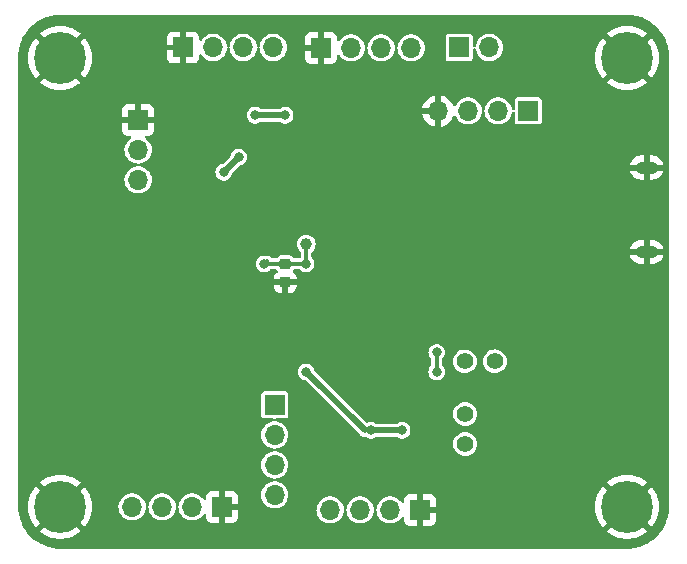
<source format=gbr>
%TF.GenerationSoftware,KiCad,Pcbnew,7.0.2*%
%TF.CreationDate,2024-08-30T22:16:44+05:30*%
%TF.ProjectId,EPS_ControlUnit,4550535f-436f-46e7-9472-6f6c556e6974,rev?*%
%TF.SameCoordinates,Original*%
%TF.FileFunction,Copper,L2,Bot*%
%TF.FilePolarity,Positive*%
%FSLAX46Y46*%
G04 Gerber Fmt 4.6, Leading zero omitted, Abs format (unit mm)*
G04 Created by KiCad (PCBNEW 7.0.2) date 2024-08-30 22:16:44*
%MOMM*%
%LPD*%
G01*
G04 APERTURE LIST*
G04 Aperture macros list*
%AMRoundRect*
0 Rectangle with rounded corners*
0 $1 Rounding radius*
0 $2 $3 $4 $5 $6 $7 $8 $9 X,Y pos of 4 corners*
0 Add a 4 corners polygon primitive as box body*
4,1,4,$2,$3,$4,$5,$6,$7,$8,$9,$2,$3,0*
0 Add four circle primitives for the rounded corners*
1,1,$1+$1,$2,$3*
1,1,$1+$1,$4,$5*
1,1,$1+$1,$6,$7*
1,1,$1+$1,$8,$9*
0 Add four rect primitives between the rounded corners*
20,1,$1+$1,$2,$3,$4,$5,0*
20,1,$1+$1,$4,$5,$6,$7,0*
20,1,$1+$1,$6,$7,$8,$9,0*
20,1,$1+$1,$8,$9,$2,$3,0*%
G04 Aperture macros list end*
%TA.AperFunction,ComponentPad*%
%ADD10O,1.700000X1.700000*%
%TD*%
%TA.AperFunction,ComponentPad*%
%ADD11R,1.700000X1.700000*%
%TD*%
%TA.AperFunction,ComponentPad*%
%ADD12O,1.900000X1.050000*%
%TD*%
%TA.AperFunction,ComponentPad*%
%ADD13C,4.400000*%
%TD*%
%TA.AperFunction,ComponentPad*%
%ADD14C,1.400000*%
%TD*%
%TA.AperFunction,SMDPad,CuDef*%
%ADD15C,1.000000*%
%TD*%
%TA.AperFunction,SMDPad,CuDef*%
%ADD16RoundRect,0.225000X-0.250000X0.225000X-0.250000X-0.225000X0.250000X-0.225000X0.250000X0.225000X0*%
%TD*%
%TA.AperFunction,ViaPad*%
%ADD17C,0.800000*%
%TD*%
%TA.AperFunction,Conductor*%
%ADD18C,0.300000*%
%TD*%
%TA.AperFunction,Conductor*%
%ADD19C,0.500000*%
%TD*%
G04 APERTURE END LIST*
D10*
%TO.P,J8,4,Pin_4*%
%TO.N,/GPIO4*%
X134559000Y-110618000D03*
%TO.P,J8,3,Pin_3*%
%TO.N,/GPIO3*%
X134559000Y-108078000D03*
%TO.P,J8,2,Pin_2*%
%TO.N,/GPIO2*%
X134559000Y-105538000D03*
D11*
%TO.P,J8,1,Pin_1*%
%TO.N,/GPIO1*%
X134559000Y-102998000D03*
%TD*%
D12*
%TO.P,USB,6,Shield*%
%TO.N,GND*%
X166055000Y-90063000D03*
X166055000Y-82913000D03*
%TD*%
D10*
%TO.P,J4,4,Pin_4*%
%TO.N,3V3_EPS*%
X146116000Y-72772000D03*
%TO.P,J4,3,Pin_3*%
%TO.N,/UART1_TX*%
X143576000Y-72772000D03*
%TO.P,J4,2,Pin_2*%
%TO.N,/UART1_RX*%
X141036000Y-72772000D03*
D11*
%TO.P,J4,1,Pin_1*%
%TO.N,GND*%
X138496000Y-72772000D03*
%TD*%
D10*
%TO.P,UART2,4,Pin_4*%
%TO.N,3V3_EPS*%
X122494000Y-111634000D03*
%TO.P,UART2,3,Pin_3*%
%TO.N,/UART2_TX*%
X125034000Y-111634000D03*
%TO.P,UART2,2,Pin_2*%
%TO.N,/UART2_RX*%
X127574000Y-111634000D03*
D11*
%TO.P,UART2,1,Pin_1*%
%TO.N,GND*%
X130114000Y-111634000D03*
%TD*%
D10*
%TO.P,J7,2,Pin_2*%
%TO.N,/CAN_RX*%
X152740000Y-72747000D03*
D11*
%TO.P,J7,1,Pin_1*%
%TO.N,/CAN_TX*%
X150200000Y-72747000D03*
%TD*%
D10*
%TO.P,J1,4,Pin_4*%
%TO.N,GND*%
X148402000Y-78106000D03*
%TO.P,J1,3,Pin_3*%
%TO.N,/SWCLK*%
X150942000Y-78106000D03*
%TO.P,J1,2,Pin_2*%
%TO.N,/SWDIO*%
X153482000Y-78106000D03*
D11*
%TO.P,J1,1,Pin_1*%
%TO.N,3V3_EPS*%
X156022000Y-78106000D03*
%TD*%
D13*
%TO.P,H2,1,1*%
%TO.N,GND*%
X164398000Y-73634000D03*
%TD*%
D10*
%TO.P,J5,4,Pin_4*%
%TO.N,3V3_EPS*%
X139258000Y-111888000D03*
%TO.P,J5,3,Pin_3*%
%TO.N,/I2C2_SCL*%
X141798000Y-111888000D03*
%TO.P,J5,2,Pin_2*%
%TO.N,/I2C2_SDA*%
X144338000Y-111888000D03*
D11*
%TO.P,J5,1,Pin_1*%
%TO.N,GND*%
X146878000Y-111888000D03*
%TD*%
%TO.P,J3,1,Pin_1*%
%TO.N,GND*%
X126812000Y-72747000D03*
D10*
%TO.P,J3,2,Pin_2*%
%TO.N,/I2C1_SDA*%
X129352000Y-72747000D03*
%TO.P,J3,3,Pin_3*%
%TO.N,/I2C1_SCL*%
X131892000Y-72747000D03*
%TO.P,J3,4,Pin_4*%
%TO.N,3V3_EPS*%
X134432000Y-72747000D03*
%TD*%
%TO.P,SW1,3,C*%
%TO.N,3V3_EPS*%
X123002000Y-83948000D03*
%TO.P,SW1,2,B*%
%TO.N,/SW_BOOT0*%
X123002000Y-81408000D03*
D11*
%TO.P,SW1,1,A*%
%TO.N,GND*%
X123002000Y-78868000D03*
%TD*%
D13*
%TO.P,H4,1,1*%
%TO.N,GND*%
X116398000Y-111634000D03*
%TD*%
D14*
%TO.P,JP1,1,A*%
%TO.N,/WDI_RESET*%
X153208000Y-99319998D03*
%TO.P,JP1,2,B*%
%TO.N,/NRST*%
X150668000Y-99319998D03*
%TD*%
D13*
%TO.P,H3,1,1*%
%TO.N,GND*%
X164398000Y-111634000D03*
%TD*%
%TO.P,H1,1,1*%
%TO.N,GND*%
X116398000Y-73634000D03*
%TD*%
D14*
%TO.P,JP2,2,B*%
%TO.N,3V3_EPS*%
X150688000Y-106320000D03*
%TO.P,JP2,1,A*%
%TO.N,/3V3_LDO*%
X150688000Y-103780000D03*
%TD*%
D15*
%TO.P,NRST,1,1*%
%TO.N,/NRST*%
X137226000Y-89409000D03*
%TD*%
D16*
%TO.P,C3,2*%
%TO.N,GND*%
X135448000Y-92610000D03*
%TO.P,C3,1*%
%TO.N,/NRST*%
X135448000Y-91060000D03*
%TD*%
D17*
%TO.N,GND*%
X157292000Y-112269000D03*
X133162000Y-89028000D03*
X126812000Y-86742000D03*
%TO.N,3V3_EPS*%
X148275000Y-98570498D03*
X148275000Y-100204000D03*
%TO.N,GND*%
X150180000Y-84202000D03*
X147005000Y-83440000D03*
%TO.N,3V3_EPS*%
X137226000Y-100204000D03*
%TO.N,GND*%
X133543000Y-96648000D03*
%TO.N,3V3_EPS*%
X135448000Y-78487000D03*
X132908000Y-78487000D03*
%TO.N,GND*%
X127320000Y-78487000D03*
%TO.N,3V3_EPS*%
X131511000Y-82043000D03*
X130241000Y-83313000D03*
%TO.N,GND*%
X124653000Y-87377000D03*
X123002000Y-92838000D03*
%TO.N,3V3_EPS*%
X142687000Y-105157000D03*
X145354000Y-105157000D03*
%TO.N,GND*%
X124145000Y-100458000D03*
X164150000Y-106935000D03*
X160340000Y-108078000D03*
X152593000Y-91822000D03*
X155387000Y-89282000D03*
X161205500Y-85248000D03*
X162626000Y-93092000D03*
X151958000Y-96271998D03*
X161610000Y-93092000D03*
X142814000Y-96394000D03*
X161102000Y-97156000D03*
X132908000Y-93600000D03*
X165420000Y-96394000D03*
X164150000Y-96140000D03*
X165674000Y-97664000D03*
X133924000Y-79630000D03*
X162118000Y-97156000D03*
X126812000Y-94108000D03*
%TO.N,/NRST*%
X137226000Y-91060000D03*
X133670000Y-91060000D03*
%TD*%
D18*
%TO.N,3V3_EPS*%
X148275000Y-100204000D02*
X148275000Y-98570498D01*
X142179000Y-105157000D02*
X142687000Y-105157000D01*
D19*
X137226000Y-100204000D02*
X142179000Y-105157000D01*
X132908000Y-78487000D02*
X135448000Y-78487000D01*
X130241000Y-83313000D02*
X131511000Y-82043000D01*
X145354000Y-105157000D02*
X142687000Y-105157000D01*
D18*
%TO.N,/NRST*%
X133924000Y-90806000D02*
X133670000Y-91060000D01*
X133670000Y-91060000D02*
X135448000Y-91060000D01*
X137226000Y-89409000D02*
X137226000Y-90933000D01*
X135448000Y-91060000D02*
X137226000Y-91060000D01*
%TD*%
%TA.AperFunction,Conductor*%
%TO.N,GND*%
G36*
X164407032Y-69978648D02*
G01*
X164556537Y-69985993D01*
X164753340Y-69996308D01*
X164765004Y-69997475D01*
X164933223Y-70022428D01*
X165110198Y-70050458D01*
X165120880Y-70052638D01*
X165289744Y-70094936D01*
X165459671Y-70140469D01*
X165469329Y-70143486D01*
X165633631Y-70202274D01*
X165636295Y-70203262D01*
X165798191Y-70265408D01*
X165806769Y-70269077D01*
X165904047Y-70315085D01*
X165965223Y-70344019D01*
X165968421Y-70345589D01*
X166122345Y-70424018D01*
X166129760Y-70428123D01*
X166280441Y-70518438D01*
X166284227Y-70520801D01*
X166428686Y-70614614D01*
X166435017Y-70619011D01*
X166576304Y-70723796D01*
X166580474Y-70727028D01*
X166714174Y-70835296D01*
X166719406Y-70839780D01*
X166840422Y-70949462D01*
X166849821Y-70957981D01*
X166854229Y-70962178D01*
X166975820Y-71083769D01*
X166980017Y-71088177D01*
X167098214Y-71218587D01*
X167102702Y-71223824D01*
X167210970Y-71357524D01*
X167214202Y-71361694D01*
X167318987Y-71502981D01*
X167323384Y-71509312D01*
X167417197Y-71653771D01*
X167419560Y-71657557D01*
X167509864Y-71808219D01*
X167513991Y-71815673D01*
X167592383Y-71969525D01*
X167593993Y-71972804D01*
X167668921Y-72131229D01*
X167672590Y-72139807D01*
X167734736Y-72301703D01*
X167735723Y-72304367D01*
X167794509Y-72468663D01*
X167797533Y-72478343D01*
X167843073Y-72648298D01*
X167867797Y-72746999D01*
X167876141Y-72780311D01*
X167885359Y-72817108D01*
X167887545Y-72827829D01*
X167915573Y-73004789D01*
X167940521Y-73172975D01*
X167941692Y-73184675D01*
X167952010Y-73381549D01*
X167959351Y-73530967D01*
X167959500Y-73537051D01*
X167959500Y-111630947D01*
X167959351Y-111637032D01*
X167952010Y-111786450D01*
X167941692Y-111983321D01*
X167940520Y-111995025D01*
X167915573Y-112163210D01*
X167887546Y-112340165D01*
X167885357Y-112350892D01*
X167843073Y-112519700D01*
X167797532Y-112689660D01*
X167794512Y-112699329D01*
X167735724Y-112863631D01*
X167734736Y-112866295D01*
X167672590Y-113028191D01*
X167668921Y-113036769D01*
X167593993Y-113195194D01*
X167592383Y-113198473D01*
X167513991Y-113352325D01*
X167509864Y-113359779D01*
X167419560Y-113510441D01*
X167417197Y-113514227D01*
X167323384Y-113658686D01*
X167318987Y-113665017D01*
X167214202Y-113806304D01*
X167210970Y-113810474D01*
X167102702Y-113944174D01*
X167098214Y-113949411D01*
X166980017Y-114079821D01*
X166975820Y-114084229D01*
X166854229Y-114205820D01*
X166849821Y-114210017D01*
X166719411Y-114328214D01*
X166714174Y-114332702D01*
X166580474Y-114440970D01*
X166576304Y-114444202D01*
X166435017Y-114548987D01*
X166428686Y-114553384D01*
X166284227Y-114647197D01*
X166280441Y-114649560D01*
X166129779Y-114739864D01*
X166122325Y-114743991D01*
X165968473Y-114822383D01*
X165965194Y-114823993D01*
X165806769Y-114898921D01*
X165798191Y-114902590D01*
X165636295Y-114964736D01*
X165633631Y-114965723D01*
X165469335Y-115024509D01*
X165459655Y-115027533D01*
X165289701Y-115073073D01*
X165120890Y-115115359D01*
X165110169Y-115117545D01*
X164933210Y-115145573D01*
X164765023Y-115170521D01*
X164753323Y-115171692D01*
X164556450Y-115182010D01*
X164407032Y-115189351D01*
X164400948Y-115189500D01*
X116401052Y-115189500D01*
X116394967Y-115189351D01*
X116245549Y-115182010D01*
X116048677Y-115171692D01*
X116036973Y-115170520D01*
X115868789Y-115145573D01*
X115691833Y-115117546D01*
X115681105Y-115115357D01*
X115512298Y-115073073D01*
X115342338Y-115027532D01*
X115332669Y-115024512D01*
X115168367Y-114965724D01*
X115165703Y-114964736D01*
X115003807Y-114902590D01*
X114995229Y-114898921D01*
X114836804Y-114823993D01*
X114833525Y-114822383D01*
X114679673Y-114743991D01*
X114672219Y-114739864D01*
X114521557Y-114649560D01*
X114517771Y-114647197D01*
X114373312Y-114553384D01*
X114366981Y-114548987D01*
X114225694Y-114444202D01*
X114221524Y-114440970D01*
X114087824Y-114332702D01*
X114082587Y-114328214D01*
X113952177Y-114210017D01*
X113947769Y-114205820D01*
X113826178Y-114084229D01*
X113821981Y-114079821D01*
X113777403Y-114030637D01*
X113703780Y-113949406D01*
X113699296Y-113944174D01*
X113632797Y-113862054D01*
X113591020Y-113810463D01*
X113587796Y-113806304D01*
X113483011Y-113665017D01*
X113478614Y-113658686D01*
X113384801Y-113514227D01*
X113382438Y-113510441D01*
X113292123Y-113359760D01*
X113288018Y-113352345D01*
X113209589Y-113198421D01*
X113208019Y-113195223D01*
X113184653Y-113145819D01*
X113133077Y-113036769D01*
X113129408Y-113028191D01*
X113067262Y-112866295D01*
X113066275Y-112863631D01*
X113007489Y-112699335D01*
X113004465Y-112689655D01*
X112998742Y-112668298D01*
X112958936Y-112519744D01*
X112916636Y-112350871D01*
X112914458Y-112340194D01*
X112886431Y-112163245D01*
X112861473Y-111994989D01*
X112860308Y-111983344D01*
X112849990Y-111786472D01*
X112842684Y-111637736D01*
X113693291Y-111637736D01*
X113712560Y-111956302D01*
X113713462Y-111963732D01*
X113770990Y-112277651D01*
X113772778Y-112284907D01*
X113867729Y-112589613D01*
X113870374Y-112596589D01*
X114001362Y-112887631D01*
X114004836Y-112894251D01*
X114169945Y-113167373D01*
X114174191Y-113173525D01*
X114319477Y-113358968D01*
X115462210Y-112216234D01*
X115562894Y-112357624D01*
X115714932Y-112502592D01*
X115817222Y-112568330D01*
X114673030Y-113712521D01*
X114673030Y-113712522D01*
X114858474Y-113857808D01*
X114864626Y-113862054D01*
X115137748Y-114027163D01*
X115144368Y-114030637D01*
X115435410Y-114161625D01*
X115442386Y-114164270D01*
X115747092Y-114259221D01*
X115754348Y-114261009D01*
X116068267Y-114318537D01*
X116075697Y-114319439D01*
X116394264Y-114338709D01*
X116401736Y-114338709D01*
X116720302Y-114319439D01*
X116727732Y-114318537D01*
X117041651Y-114261009D01*
X117048907Y-114259221D01*
X117353613Y-114164270D01*
X117360589Y-114161625D01*
X117651631Y-114030637D01*
X117658251Y-114027163D01*
X117931369Y-113862057D01*
X117937524Y-113857808D01*
X118122968Y-113712522D01*
X118122968Y-113712521D01*
X116981306Y-112570859D01*
X116995410Y-112563589D01*
X117160540Y-112433729D01*
X117298110Y-112274965D01*
X117332665Y-112215112D01*
X118476521Y-113358968D01*
X118476522Y-113358968D01*
X118621808Y-113173524D01*
X118626057Y-113167369D01*
X118791163Y-112894251D01*
X118794637Y-112887631D01*
X118925625Y-112596589D01*
X118928270Y-112589613D01*
X119023221Y-112284907D01*
X119025009Y-112277651D01*
X119082537Y-111963732D01*
X119083439Y-111956302D01*
X119102709Y-111637736D01*
X119102709Y-111634000D01*
X121338571Y-111634000D01*
X121358243Y-111846310D01*
X121416595Y-112051390D01*
X121511631Y-112242252D01*
X121640126Y-112412405D01*
X121640128Y-112412407D01*
X121797698Y-112556052D01*
X121978981Y-112668298D01*
X122177802Y-112745321D01*
X122387390Y-112784500D01*
X122387392Y-112784500D01*
X122600608Y-112784500D01*
X122600610Y-112784500D01*
X122810198Y-112745321D01*
X123009019Y-112668298D01*
X123190302Y-112556052D01*
X123347872Y-112412407D01*
X123476366Y-112242255D01*
X123476366Y-112242253D01*
X123476368Y-112242252D01*
X123567639Y-112058952D01*
X123571405Y-112051389D01*
X123629756Y-111846310D01*
X123640529Y-111730047D01*
X123666315Y-111665111D01*
X123708622Y-111634804D01*
X123817130Y-111634804D01*
X123853503Y-111655668D01*
X123885693Y-111717681D01*
X123887471Y-111730048D01*
X123898243Y-111846310D01*
X123956595Y-112051390D01*
X124051631Y-112242252D01*
X124180126Y-112412405D01*
X124180128Y-112412407D01*
X124337698Y-112556052D01*
X124518981Y-112668298D01*
X124717802Y-112745321D01*
X124927390Y-112784500D01*
X124927392Y-112784500D01*
X125140608Y-112784500D01*
X125140610Y-112784500D01*
X125350198Y-112745321D01*
X125549019Y-112668298D01*
X125730302Y-112556052D01*
X125887872Y-112412407D01*
X126016366Y-112242255D01*
X126016366Y-112242253D01*
X126016368Y-112242252D01*
X126107639Y-112058952D01*
X126111405Y-112051389D01*
X126169756Y-111846310D01*
X126180529Y-111730047D01*
X126206315Y-111665111D01*
X126248622Y-111634804D01*
X126357130Y-111634804D01*
X126393503Y-111655668D01*
X126425693Y-111717681D01*
X126427471Y-111730048D01*
X126438243Y-111846310D01*
X126496595Y-112051390D01*
X126591631Y-112242252D01*
X126720126Y-112412405D01*
X126720128Y-112412407D01*
X126877698Y-112556052D01*
X127058981Y-112668298D01*
X127257802Y-112745321D01*
X127467390Y-112784500D01*
X127467392Y-112784500D01*
X127680608Y-112784500D01*
X127680610Y-112784500D01*
X127890198Y-112745321D01*
X128089019Y-112668298D01*
X128270302Y-112556052D01*
X128427872Y-112412407D01*
X128541047Y-112262540D01*
X128597155Y-112220905D01*
X128666867Y-112216214D01*
X128728049Y-112249956D01*
X128761276Y-112311419D01*
X128764000Y-112337268D01*
X128764000Y-112528518D01*
X128764354Y-112535132D01*
X128770400Y-112591371D01*
X128820647Y-112726089D01*
X128906811Y-112841188D01*
X129021910Y-112927352D01*
X129156628Y-112977599D01*
X129212867Y-112983645D01*
X129219482Y-112984000D01*
X129863999Y-112984000D01*
X129863999Y-112069501D01*
X129971685Y-112118680D01*
X130078237Y-112134000D01*
X130149763Y-112134000D01*
X130256315Y-112118680D01*
X130364000Y-112069501D01*
X130364000Y-112984000D01*
X131008518Y-112984000D01*
X131015132Y-112983645D01*
X131071371Y-112977599D01*
X131206089Y-112927352D01*
X131321188Y-112841188D01*
X131407352Y-112726089D01*
X131457599Y-112591371D01*
X131463645Y-112535132D01*
X131464000Y-112528518D01*
X131464000Y-111888000D01*
X138102571Y-111888000D01*
X138103175Y-111894515D01*
X138122243Y-112100310D01*
X138180595Y-112305390D01*
X138275631Y-112496252D01*
X138351403Y-112596589D01*
X138404128Y-112666407D01*
X138561698Y-112810052D01*
X138742981Y-112922298D01*
X138941802Y-112999321D01*
X139151390Y-113038500D01*
X139151392Y-113038500D01*
X139364608Y-113038500D01*
X139364610Y-113038500D01*
X139574198Y-112999321D01*
X139773019Y-112922298D01*
X139954302Y-112810052D01*
X140111872Y-112666407D01*
X140240366Y-112496255D01*
X140240366Y-112496253D01*
X140240368Y-112496252D01*
X140318074Y-112340194D01*
X140335405Y-112305389D01*
X140393756Y-112100310D01*
X140404529Y-111984047D01*
X140430315Y-111919111D01*
X140472622Y-111888804D01*
X140581130Y-111888804D01*
X140617503Y-111909668D01*
X140649693Y-111971681D01*
X140651471Y-111984048D01*
X140662243Y-112100310D01*
X140720595Y-112305390D01*
X140815631Y-112496252D01*
X140891403Y-112596589D01*
X140944128Y-112666407D01*
X141101698Y-112810052D01*
X141282981Y-112922298D01*
X141481802Y-112999321D01*
X141691390Y-113038500D01*
X141691392Y-113038500D01*
X141904608Y-113038500D01*
X141904610Y-113038500D01*
X142114198Y-112999321D01*
X142313019Y-112922298D01*
X142494302Y-112810052D01*
X142651872Y-112666407D01*
X142780366Y-112496255D01*
X142780366Y-112496253D01*
X142780368Y-112496252D01*
X142858074Y-112340194D01*
X142875405Y-112305389D01*
X142933756Y-112100310D01*
X142944529Y-111984045D01*
X142970313Y-111919112D01*
X143012621Y-111888804D01*
X143121128Y-111888804D01*
X143157501Y-111909667D01*
X143189692Y-111971680D01*
X143191470Y-111984047D01*
X143202243Y-112100310D01*
X143260595Y-112305390D01*
X143355631Y-112496252D01*
X143431403Y-112596589D01*
X143484128Y-112666407D01*
X143641698Y-112810052D01*
X143822981Y-112922298D01*
X144021802Y-112999321D01*
X144231390Y-113038500D01*
X144231392Y-113038500D01*
X144444608Y-113038500D01*
X144444610Y-113038500D01*
X144654198Y-112999321D01*
X144853019Y-112922298D01*
X145034302Y-112810052D01*
X145191872Y-112666407D01*
X145305047Y-112516540D01*
X145361155Y-112474905D01*
X145430867Y-112470214D01*
X145492049Y-112503956D01*
X145525276Y-112565419D01*
X145528000Y-112591268D01*
X145528000Y-112782518D01*
X145528354Y-112789132D01*
X145534400Y-112845371D01*
X145584647Y-112980089D01*
X145670811Y-113095188D01*
X145785910Y-113181352D01*
X145920628Y-113231599D01*
X145976867Y-113237645D01*
X145983482Y-113238000D01*
X146628000Y-113238000D01*
X146628000Y-112323501D01*
X146735685Y-112372680D01*
X146842237Y-112388000D01*
X146913763Y-112388000D01*
X147020315Y-112372680D01*
X147128000Y-112323501D01*
X147128000Y-113238000D01*
X147772518Y-113238000D01*
X147779132Y-113237645D01*
X147835371Y-113231599D01*
X147970089Y-113181352D01*
X148085188Y-113095188D01*
X148171352Y-112980089D01*
X148221599Y-112845371D01*
X148227645Y-112789132D01*
X148228000Y-112782518D01*
X148228000Y-112138000D01*
X147311686Y-112138000D01*
X147337493Y-112097844D01*
X147378000Y-111959889D01*
X147378000Y-111816111D01*
X147337493Y-111678156D01*
X147311686Y-111638000D01*
X148228000Y-111638000D01*
X148228000Y-111637736D01*
X161693291Y-111637736D01*
X161712560Y-111956302D01*
X161713462Y-111963732D01*
X161770990Y-112277651D01*
X161772778Y-112284907D01*
X161867729Y-112589613D01*
X161870374Y-112596589D01*
X162001362Y-112887631D01*
X162004836Y-112894251D01*
X162169945Y-113167373D01*
X162174191Y-113173525D01*
X162319477Y-113358968D01*
X163462210Y-112216234D01*
X163562894Y-112357624D01*
X163714932Y-112502592D01*
X163817222Y-112568330D01*
X162673030Y-113712521D01*
X162673030Y-113712522D01*
X162858474Y-113857808D01*
X162864626Y-113862054D01*
X163137748Y-114027163D01*
X163144368Y-114030637D01*
X163435410Y-114161625D01*
X163442386Y-114164270D01*
X163747092Y-114259221D01*
X163754348Y-114261009D01*
X164068267Y-114318537D01*
X164075697Y-114319439D01*
X164394264Y-114338709D01*
X164401736Y-114338709D01*
X164720302Y-114319439D01*
X164727732Y-114318537D01*
X165041651Y-114261009D01*
X165048907Y-114259221D01*
X165353613Y-114164270D01*
X165360589Y-114161625D01*
X165651631Y-114030637D01*
X165658251Y-114027163D01*
X165931369Y-113862057D01*
X165937524Y-113857808D01*
X166122968Y-113712522D01*
X166122968Y-113712521D01*
X164981306Y-112570859D01*
X164995410Y-112563589D01*
X165160540Y-112433729D01*
X165298110Y-112274965D01*
X165332665Y-112215112D01*
X166476521Y-113358968D01*
X166476522Y-113358968D01*
X166621808Y-113173524D01*
X166626057Y-113167369D01*
X166791163Y-112894251D01*
X166794637Y-112887631D01*
X166925625Y-112596589D01*
X166928270Y-112589613D01*
X167023221Y-112284907D01*
X167025009Y-112277651D01*
X167082537Y-111963732D01*
X167083439Y-111956302D01*
X167102709Y-111637736D01*
X167102709Y-111630263D01*
X167083439Y-111311697D01*
X167082537Y-111304267D01*
X167025009Y-110990348D01*
X167023221Y-110983092D01*
X166928270Y-110678386D01*
X166925625Y-110671410D01*
X166794637Y-110380368D01*
X166791163Y-110373748D01*
X166626054Y-110100626D01*
X166621808Y-110094474D01*
X166476521Y-109909030D01*
X165333787Y-111051763D01*
X165233106Y-110910376D01*
X165081068Y-110765408D01*
X164978777Y-110699669D01*
X166122968Y-109555477D01*
X166122968Y-109555476D01*
X165937525Y-109410191D01*
X165931373Y-109405945D01*
X165658251Y-109240836D01*
X165651631Y-109237362D01*
X165360589Y-109106374D01*
X165353613Y-109103729D01*
X165048907Y-109008778D01*
X165041651Y-109006990D01*
X164727732Y-108949462D01*
X164720302Y-108948560D01*
X164401736Y-108929291D01*
X164394264Y-108929291D01*
X164075697Y-108948560D01*
X164068267Y-108949462D01*
X163754348Y-109006990D01*
X163747092Y-109008778D01*
X163442386Y-109103729D01*
X163435410Y-109106374D01*
X163144368Y-109237362D01*
X163137748Y-109240836D01*
X162864626Y-109405945D01*
X162858474Y-109410191D01*
X162673030Y-109555476D01*
X162673030Y-109555477D01*
X163814693Y-110697140D01*
X163800590Y-110704411D01*
X163635460Y-110834271D01*
X163497890Y-110993035D01*
X163463334Y-111052887D01*
X162319477Y-109909030D01*
X162319476Y-109909030D01*
X162174191Y-110094474D01*
X162169945Y-110100626D01*
X162004836Y-110373748D01*
X162001362Y-110380368D01*
X161870374Y-110671410D01*
X161867729Y-110678386D01*
X161772778Y-110983092D01*
X161770990Y-110990348D01*
X161713462Y-111304267D01*
X161712560Y-111311697D01*
X161693291Y-111630263D01*
X161693291Y-111637736D01*
X148228000Y-111637736D01*
X148228000Y-110993481D01*
X148227645Y-110986867D01*
X148221599Y-110930628D01*
X148171352Y-110795910D01*
X148085188Y-110680811D01*
X147970089Y-110594647D01*
X147835371Y-110544400D01*
X147779132Y-110538354D01*
X147772518Y-110538000D01*
X147128000Y-110538000D01*
X147128000Y-111452498D01*
X147020315Y-111403320D01*
X146913763Y-111388000D01*
X146842237Y-111388000D01*
X146735685Y-111403320D01*
X146628000Y-111452498D01*
X146628000Y-110538000D01*
X145983482Y-110538000D01*
X145976867Y-110538354D01*
X145920628Y-110544400D01*
X145785910Y-110594647D01*
X145670811Y-110680811D01*
X145584647Y-110795910D01*
X145534400Y-110930628D01*
X145528354Y-110986867D01*
X145528000Y-110993481D01*
X145528000Y-111184731D01*
X145508315Y-111251770D01*
X145455511Y-111297525D01*
X145386353Y-111307469D01*
X145322797Y-111278444D01*
X145305046Y-111259458D01*
X145191873Y-111109594D01*
X145034301Y-110965947D01*
X144922802Y-110896910D01*
X144853019Y-110853702D01*
X144853017Y-110853701D01*
X144654198Y-110776679D01*
X144654197Y-110776678D01*
X144444610Y-110737500D01*
X144231390Y-110737500D01*
X144091664Y-110763619D01*
X144021801Y-110776679D01*
X143822982Y-110853701D01*
X143641698Y-110965947D01*
X143484126Y-111109594D01*
X143355631Y-111279747D01*
X143260595Y-111470609D01*
X143202243Y-111675689D01*
X143191470Y-111791952D01*
X143165683Y-111856889D01*
X143121128Y-111888804D01*
X143012621Y-111888804D01*
X143014868Y-111887194D01*
X142978496Y-111866330D01*
X142946306Y-111804317D01*
X142944530Y-111791966D01*
X142933756Y-111675690D01*
X142921893Y-111633998D01*
X142875404Y-111470609D01*
X142780368Y-111279747D01*
X142651873Y-111109594D01*
X142494301Y-110965947D01*
X142382802Y-110896910D01*
X142313019Y-110853702D01*
X142313017Y-110853701D01*
X142114198Y-110776679D01*
X142114197Y-110776679D01*
X141904610Y-110737500D01*
X141691390Y-110737500D01*
X141551664Y-110763619D01*
X141481801Y-110776679D01*
X141282982Y-110853701D01*
X141101698Y-110965947D01*
X140944126Y-111109594D01*
X140815631Y-111279747D01*
X140720595Y-111470609D01*
X140662243Y-111675689D01*
X140651471Y-111791951D01*
X140625685Y-111856888D01*
X140581130Y-111888804D01*
X140472622Y-111888804D01*
X140474869Y-111887194D01*
X140438497Y-111866331D01*
X140406307Y-111804318D01*
X140404529Y-111791951D01*
X140393756Y-111675689D01*
X140335404Y-111470609D01*
X140240368Y-111279747D01*
X140111873Y-111109594D01*
X139954301Y-110965947D01*
X139842802Y-110896910D01*
X139773019Y-110853702D01*
X139773017Y-110853701D01*
X139574198Y-110776679D01*
X139364610Y-110737500D01*
X139151390Y-110737500D01*
X139011664Y-110763619D01*
X138941801Y-110776679D01*
X138742982Y-110853701D01*
X138561698Y-110965947D01*
X138404126Y-111109594D01*
X138275631Y-111279747D01*
X138180595Y-111470609D01*
X138122243Y-111675689D01*
X138106434Y-111846310D01*
X138102571Y-111888000D01*
X131464000Y-111888000D01*
X131464000Y-111884000D01*
X130547686Y-111884000D01*
X130573493Y-111843844D01*
X130614000Y-111705889D01*
X130614000Y-111562111D01*
X130573493Y-111424156D01*
X130547686Y-111384000D01*
X131464000Y-111384000D01*
X131464000Y-110739481D01*
X131463645Y-110732867D01*
X131457599Y-110676628D01*
X131435732Y-110618000D01*
X133403571Y-110618000D01*
X133423243Y-110830310D01*
X133481595Y-111035390D01*
X133576631Y-111226252D01*
X133698779Y-111388000D01*
X133705128Y-111396407D01*
X133862698Y-111540052D01*
X134043981Y-111652298D01*
X134242802Y-111729321D01*
X134452390Y-111768500D01*
X134452392Y-111768500D01*
X134665608Y-111768500D01*
X134665610Y-111768500D01*
X134875198Y-111729321D01*
X135074019Y-111652298D01*
X135255302Y-111540052D01*
X135412872Y-111396407D01*
X135541366Y-111226255D01*
X135541366Y-111226253D01*
X135541368Y-111226252D01*
X135599456Y-111109593D01*
X135636405Y-111035389D01*
X135694756Y-110830310D01*
X135714429Y-110618000D01*
X135694756Y-110405690D01*
X135636405Y-110200611D01*
X135583556Y-110094474D01*
X135541368Y-110009747D01*
X135412873Y-109839594D01*
X135255301Y-109695947D01*
X135074017Y-109583701D01*
X134875198Y-109506679D01*
X134875198Y-109506678D01*
X134678385Y-109469888D01*
X134616106Y-109438221D01*
X134580833Y-109377908D01*
X134583767Y-109308100D01*
X134623976Y-109250960D01*
X134678384Y-109226111D01*
X134875198Y-109189321D01*
X135074019Y-109112298D01*
X135255302Y-109000052D01*
X135412872Y-108856407D01*
X135541366Y-108686255D01*
X135541366Y-108686253D01*
X135541368Y-108686252D01*
X135589080Y-108590430D01*
X135636405Y-108495389D01*
X135694756Y-108290310D01*
X135714429Y-108078000D01*
X135694756Y-107865690D01*
X135636405Y-107660611D01*
X135636014Y-107659827D01*
X135541368Y-107469747D01*
X135412873Y-107299594D01*
X135255301Y-107155947D01*
X135074017Y-107043701D01*
X134875198Y-106966679D01*
X134875197Y-106966679D01*
X134678385Y-106929888D01*
X134616106Y-106898221D01*
X134580833Y-106837908D01*
X134583767Y-106768100D01*
X134623976Y-106710960D01*
X134678384Y-106686111D01*
X134875198Y-106649321D01*
X135074019Y-106572298D01*
X135255302Y-106460052D01*
X135408931Y-106320000D01*
X149682659Y-106320000D01*
X149701976Y-106516133D01*
X149759185Y-106704726D01*
X149798400Y-106778092D01*
X149852090Y-106878538D01*
X149977117Y-107030883D01*
X150129462Y-107155910D01*
X150303273Y-107248814D01*
X150491868Y-107306024D01*
X150688000Y-107325341D01*
X150884132Y-107306024D01*
X151072727Y-107248814D01*
X151246538Y-107155910D01*
X151398883Y-107030883D01*
X151523910Y-106878538D01*
X151616814Y-106704727D01*
X151674024Y-106516132D01*
X151693341Y-106320000D01*
X151674024Y-106123868D01*
X151616814Y-105935273D01*
X151523910Y-105761462D01*
X151398883Y-105609117D01*
X151246538Y-105484090D01*
X151224091Y-105472092D01*
X151072726Y-105391185D01*
X150884133Y-105333976D01*
X150688000Y-105314659D01*
X150491866Y-105333976D01*
X150303273Y-105391185D01*
X150129463Y-105484089D01*
X149977117Y-105609117D01*
X149852089Y-105761463D01*
X149759185Y-105935273D01*
X149701976Y-106123866D01*
X149682659Y-106320000D01*
X135408931Y-106320000D01*
X135412872Y-106316407D01*
X135541366Y-106146255D01*
X135541366Y-106146253D01*
X135541368Y-106146252D01*
X135589080Y-106050430D01*
X135636405Y-105955389D01*
X135694756Y-105750310D01*
X135714429Y-105538000D01*
X135694756Y-105325690D01*
X135691617Y-105314659D01*
X135671550Y-105244132D01*
X135636405Y-105120611D01*
X135636014Y-105119827D01*
X135541368Y-104929747D01*
X135412873Y-104759594D01*
X135255301Y-104615947D01*
X135074017Y-104503701D01*
X134875198Y-104426679D01*
X134702455Y-104394387D01*
X134640175Y-104362719D01*
X134604902Y-104302407D01*
X134607836Y-104232599D01*
X134648045Y-104175459D01*
X134712763Y-104149128D01*
X134725232Y-104148499D01*
X135453864Y-104148499D01*
X135478991Y-104145585D01*
X135581765Y-104100206D01*
X135661206Y-104020765D01*
X135706585Y-103917991D01*
X135709500Y-103892865D01*
X135709499Y-102103136D01*
X135706585Y-102078009D01*
X135661206Y-101975235D01*
X135661204Y-101975233D01*
X135661204Y-101975232D01*
X135581767Y-101895795D01*
X135478990Y-101850414D01*
X135457414Y-101847911D01*
X135457401Y-101847910D01*
X135453865Y-101847500D01*
X135450290Y-101847500D01*
X133667714Y-101847500D01*
X133667696Y-101847500D01*
X133664136Y-101847501D01*
X133660592Y-101847911D01*
X133660592Y-101847912D01*
X133639008Y-101850415D01*
X133536232Y-101895795D01*
X133456795Y-101975232D01*
X133411414Y-102078009D01*
X133408911Y-102099585D01*
X133408911Y-102099592D01*
X133408500Y-102103135D01*
X133408500Y-102106708D01*
X133408500Y-102106709D01*
X133408500Y-103889285D01*
X133408500Y-103889302D01*
X133408501Y-103892864D01*
X133408912Y-103896407D01*
X133411415Y-103917991D01*
X133456795Y-104020767D01*
X133536232Y-104100204D01*
X133536233Y-104100204D01*
X133536235Y-104100206D01*
X133639009Y-104145585D01*
X133664135Y-104148500D01*
X134392759Y-104148499D01*
X134459796Y-104168183D01*
X134505551Y-104220987D01*
X134515495Y-104290146D01*
X134486470Y-104353702D01*
X134427692Y-104391476D01*
X134415544Y-104394387D01*
X134242802Y-104426679D01*
X134189357Y-104447383D01*
X134043982Y-104503701D01*
X133862698Y-104615947D01*
X133705126Y-104759594D01*
X133576631Y-104929747D01*
X133481595Y-105120609D01*
X133423243Y-105325689D01*
X133403571Y-105538000D01*
X133423243Y-105750310D01*
X133481595Y-105955390D01*
X133576631Y-106146252D01*
X133705126Y-106316405D01*
X133705128Y-106316407D01*
X133862698Y-106460052D01*
X134043981Y-106572298D01*
X134242802Y-106649321D01*
X134439613Y-106686111D01*
X134501893Y-106717779D01*
X134537166Y-106778092D01*
X134534232Y-106847900D01*
X134494023Y-106905040D01*
X134439613Y-106929888D01*
X134309475Y-106954215D01*
X134242801Y-106966679D01*
X134043982Y-107043701D01*
X133862698Y-107155947D01*
X133705126Y-107299594D01*
X133576631Y-107469747D01*
X133481595Y-107660609D01*
X133423243Y-107865689D01*
X133403571Y-108077999D01*
X133423243Y-108290310D01*
X133481595Y-108495390D01*
X133576631Y-108686252D01*
X133705126Y-108856405D01*
X133705128Y-108856407D01*
X133862698Y-109000052D01*
X134043981Y-109112298D01*
X134242802Y-109189321D01*
X134439613Y-109226111D01*
X134501893Y-109257779D01*
X134537166Y-109318092D01*
X134534232Y-109387900D01*
X134494023Y-109445040D01*
X134439613Y-109469888D01*
X134309475Y-109494215D01*
X134242801Y-109506679D01*
X134043982Y-109583701D01*
X133862698Y-109695947D01*
X133705126Y-109839594D01*
X133576631Y-110009747D01*
X133481595Y-110200609D01*
X133423243Y-110405689D01*
X133403571Y-110618000D01*
X131435732Y-110618000D01*
X131407352Y-110541910D01*
X131321188Y-110426811D01*
X131206089Y-110340647D01*
X131071371Y-110290400D01*
X131015132Y-110284354D01*
X131008518Y-110284000D01*
X130364000Y-110284000D01*
X130364000Y-111198498D01*
X130256315Y-111149320D01*
X130149763Y-111134000D01*
X130078237Y-111134000D01*
X129971685Y-111149320D01*
X129863999Y-111198498D01*
X129864000Y-110284000D01*
X129219482Y-110284000D01*
X129212867Y-110284354D01*
X129156628Y-110290400D01*
X129021910Y-110340647D01*
X128906811Y-110426811D01*
X128820647Y-110541910D01*
X128770400Y-110676628D01*
X128764354Y-110732867D01*
X128764000Y-110739481D01*
X128764000Y-110930731D01*
X128744315Y-110997770D01*
X128691511Y-111043525D01*
X128622353Y-111053469D01*
X128558797Y-111024444D01*
X128541046Y-111005458D01*
X128427873Y-110855594D01*
X128425796Y-110853701D01*
X128270302Y-110711948D01*
X128270301Y-110711947D01*
X128118571Y-110618000D01*
X128089019Y-110599702D01*
X128089017Y-110599701D01*
X127890198Y-110522679D01*
X127890198Y-110522678D01*
X127680610Y-110483500D01*
X127467390Y-110483500D01*
X127327664Y-110509619D01*
X127257801Y-110522679D01*
X127058982Y-110599701D01*
X126877698Y-110711947D01*
X126720126Y-110855594D01*
X126591631Y-111025747D01*
X126496595Y-111216609D01*
X126438243Y-111421689D01*
X126427471Y-111537951D01*
X126401685Y-111602888D01*
X126357130Y-111634804D01*
X126248622Y-111634804D01*
X126250869Y-111633194D01*
X126214497Y-111612331D01*
X126182307Y-111550318D01*
X126180529Y-111537951D01*
X126169756Y-111421689D01*
X126123596Y-111259458D01*
X126111405Y-111216611D01*
X126090668Y-111174965D01*
X126016368Y-111025747D01*
X125887873Y-110855594D01*
X125885796Y-110853701D01*
X125730302Y-110711948D01*
X125730301Y-110711947D01*
X125578571Y-110618000D01*
X125549019Y-110599702D01*
X125549017Y-110599701D01*
X125350198Y-110522679D01*
X125350197Y-110522678D01*
X125140610Y-110483500D01*
X124927390Y-110483500D01*
X124787664Y-110509619D01*
X124717801Y-110522679D01*
X124518982Y-110599701D01*
X124337698Y-110711947D01*
X124180126Y-110855594D01*
X124051631Y-111025747D01*
X123956595Y-111216609D01*
X123898243Y-111421689D01*
X123887471Y-111537951D01*
X123861685Y-111602888D01*
X123817130Y-111634804D01*
X123708622Y-111634804D01*
X123710869Y-111633194D01*
X123674497Y-111612331D01*
X123642307Y-111550318D01*
X123640529Y-111537951D01*
X123629756Y-111421689D01*
X123583596Y-111259458D01*
X123571405Y-111216611D01*
X123550668Y-111174965D01*
X123476368Y-111025747D01*
X123347873Y-110855594D01*
X123345796Y-110853701D01*
X123190302Y-110711948D01*
X123190301Y-110711947D01*
X123038571Y-110618000D01*
X123009019Y-110599702D01*
X123009017Y-110599701D01*
X122810198Y-110522679D01*
X122600610Y-110483500D01*
X122387390Y-110483500D01*
X122247664Y-110509619D01*
X122177801Y-110522679D01*
X121978982Y-110599701D01*
X121797698Y-110711947D01*
X121640126Y-110855594D01*
X121511631Y-111025747D01*
X121416595Y-111216609D01*
X121358243Y-111421689D01*
X121338571Y-111634000D01*
X119102709Y-111634000D01*
X119102709Y-111630263D01*
X119083439Y-111311697D01*
X119082537Y-111304267D01*
X119025009Y-110990348D01*
X119023221Y-110983092D01*
X118928270Y-110678386D01*
X118925625Y-110671410D01*
X118794637Y-110380368D01*
X118791163Y-110373748D01*
X118626054Y-110100626D01*
X118621808Y-110094474D01*
X118476521Y-109909030D01*
X117333787Y-111051763D01*
X117233106Y-110910376D01*
X117081068Y-110765408D01*
X116978777Y-110699669D01*
X118122968Y-109555477D01*
X118122968Y-109555476D01*
X117937525Y-109410191D01*
X117931373Y-109405945D01*
X117658251Y-109240836D01*
X117651631Y-109237362D01*
X117360589Y-109106374D01*
X117353613Y-109103729D01*
X117048907Y-109008778D01*
X117041651Y-109006990D01*
X116727732Y-108949462D01*
X116720302Y-108948560D01*
X116401736Y-108929291D01*
X116394264Y-108929291D01*
X116075697Y-108948560D01*
X116068267Y-108949462D01*
X115754348Y-109006990D01*
X115747092Y-109008778D01*
X115442386Y-109103729D01*
X115435410Y-109106374D01*
X115144368Y-109237362D01*
X115137748Y-109240836D01*
X114864626Y-109405945D01*
X114858474Y-109410191D01*
X114673030Y-109555476D01*
X114673030Y-109555477D01*
X115814693Y-110697140D01*
X115800590Y-110704411D01*
X115635460Y-110834271D01*
X115497890Y-110993035D01*
X115463334Y-111052887D01*
X114319477Y-109909030D01*
X114319476Y-109909030D01*
X114174191Y-110094474D01*
X114169945Y-110100626D01*
X114004836Y-110373748D01*
X114001362Y-110380368D01*
X113870374Y-110671410D01*
X113867729Y-110678386D01*
X113772778Y-110983092D01*
X113770990Y-110990348D01*
X113713462Y-111304267D01*
X113712560Y-111311697D01*
X113693291Y-111630263D01*
X113693291Y-111637736D01*
X112842684Y-111637736D01*
X112842649Y-111637032D01*
X112842500Y-111630949D01*
X112842500Y-100203999D01*
X136520354Y-100203999D01*
X136540860Y-100372872D01*
X136601182Y-100531930D01*
X136697815Y-100671927D01*
X136697816Y-100671928D01*
X136697817Y-100671929D01*
X136825148Y-100784734D01*
X136975775Y-100863790D01*
X137116711Y-100898527D01*
X137174718Y-100931242D01*
X141816366Y-105572891D01*
X141906658Y-105641361D01*
X142047436Y-105696876D01*
X142197972Y-105712352D01*
X142197972Y-105712351D01*
X142214927Y-105714095D01*
X142214645Y-105716831D01*
X142258490Y-105721884D01*
X142272744Y-105730874D01*
X142272816Y-105730737D01*
X142286148Y-105737734D01*
X142436775Y-105816790D01*
X142601944Y-105857500D01*
X142601945Y-105857500D01*
X142772055Y-105857500D01*
X142772056Y-105857500D01*
X142937225Y-105816790D01*
X143087852Y-105737734D01*
X143087851Y-105737734D01*
X143101184Y-105730737D01*
X143101679Y-105731680D01*
X143150011Y-105708964D01*
X143169006Y-105707500D01*
X144871994Y-105707500D01*
X144939033Y-105727185D01*
X144952555Y-105737423D01*
X144953148Y-105737734D01*
X145103775Y-105816790D01*
X145268944Y-105857500D01*
X145268945Y-105857500D01*
X145439055Y-105857500D01*
X145439056Y-105857500D01*
X145604225Y-105816790D01*
X145754852Y-105737734D01*
X145882183Y-105624929D01*
X145978818Y-105484930D01*
X146039140Y-105325872D01*
X146059645Y-105157000D01*
X146039140Y-104988128D01*
X145978818Y-104829070D01*
X145882183Y-104689071D01*
X145754852Y-104576266D01*
X145695408Y-104545067D01*
X145604224Y-104497209D01*
X145479764Y-104466533D01*
X145439056Y-104456500D01*
X145268944Y-104456500D01*
X145213887Y-104470070D01*
X145103773Y-104497210D01*
X144939816Y-104583263D01*
X144939320Y-104582319D01*
X144890989Y-104605036D01*
X144871994Y-104606500D01*
X143169006Y-104606500D01*
X143101967Y-104586815D01*
X143088444Y-104576576D01*
X142937226Y-104497210D01*
X142854640Y-104476855D01*
X142772056Y-104456500D01*
X142601944Y-104456500D01*
X142568910Y-104464642D01*
X142436771Y-104497210D01*
X142426379Y-104502665D01*
X142357871Y-104516389D01*
X142292818Y-104490896D01*
X142281074Y-104480549D01*
X141580524Y-103779999D01*
X149682659Y-103779999D01*
X149701976Y-103976133D01*
X149759185Y-104164726D01*
X149795464Y-104232599D01*
X149852090Y-104338538D01*
X149977117Y-104490883D01*
X150129462Y-104615910D01*
X150303273Y-104708814D01*
X150491868Y-104766024D01*
X150688000Y-104785341D01*
X150884132Y-104766024D01*
X151072727Y-104708814D01*
X151246538Y-104615910D01*
X151398883Y-104490883D01*
X151523910Y-104338538D01*
X151616814Y-104164727D01*
X151674024Y-103976132D01*
X151693341Y-103780000D01*
X151674024Y-103583868D01*
X151616814Y-103395273D01*
X151523910Y-103221462D01*
X151398883Y-103069117D01*
X151246538Y-102944090D01*
X151224091Y-102932092D01*
X151072726Y-102851185D01*
X150884133Y-102793976D01*
X150688000Y-102774659D01*
X150491866Y-102793976D01*
X150303273Y-102851185D01*
X150129463Y-102944089D01*
X149977117Y-103069117D01*
X149852089Y-103221463D01*
X149759185Y-103395273D01*
X149701976Y-103583866D01*
X149682659Y-103779999D01*
X141580524Y-103779999D01*
X138004524Y-100203999D01*
X147569354Y-100203999D01*
X147589860Y-100372872D01*
X147650182Y-100531930D01*
X147746815Y-100671927D01*
X147746816Y-100671928D01*
X147746817Y-100671929D01*
X147874148Y-100784734D01*
X148024775Y-100863790D01*
X148189944Y-100904500D01*
X148189945Y-100904500D01*
X148360055Y-100904500D01*
X148360056Y-100904500D01*
X148525225Y-100863790D01*
X148675852Y-100784734D01*
X148803183Y-100671929D01*
X148899818Y-100531930D01*
X148960140Y-100372872D01*
X148980645Y-100204000D01*
X148960140Y-100035128D01*
X148899818Y-99876070D01*
X148803183Y-99736071D01*
X148803182Y-99736069D01*
X148767273Y-99704257D01*
X148730146Y-99645068D01*
X148725500Y-99611442D01*
X148725500Y-99319998D01*
X149662659Y-99319998D01*
X149681976Y-99516131D01*
X149739185Y-99704724D01*
X149755941Y-99736072D01*
X149832090Y-99878536D01*
X149957117Y-100030881D01*
X150109462Y-100155908D01*
X150283273Y-100248812D01*
X150471868Y-100306022D01*
X150668000Y-100325339D01*
X150864132Y-100306022D01*
X151052727Y-100248812D01*
X151226538Y-100155908D01*
X151378883Y-100030881D01*
X151503910Y-99878536D01*
X151596814Y-99704725D01*
X151654024Y-99516130D01*
X151673341Y-99319998D01*
X152202659Y-99319998D01*
X152221976Y-99516131D01*
X152279185Y-99704724D01*
X152295941Y-99736072D01*
X152372090Y-99878536D01*
X152497117Y-100030881D01*
X152649462Y-100155908D01*
X152823273Y-100248812D01*
X153011868Y-100306022D01*
X153208000Y-100325339D01*
X153404132Y-100306022D01*
X153592727Y-100248812D01*
X153766538Y-100155908D01*
X153918883Y-100030881D01*
X154043910Y-99878536D01*
X154136814Y-99704725D01*
X154194024Y-99516130D01*
X154213341Y-99319998D01*
X154194024Y-99123866D01*
X154136814Y-98935271D01*
X154043910Y-98761460D01*
X153918883Y-98609115D01*
X153766538Y-98484088D01*
X153612261Y-98401625D01*
X153592726Y-98391183D01*
X153404133Y-98333974D01*
X153208000Y-98314657D01*
X153011866Y-98333974D01*
X152823273Y-98391183D01*
X152649463Y-98484087D01*
X152497117Y-98609115D01*
X152372089Y-98761461D01*
X152279185Y-98935271D01*
X152221976Y-99123864D01*
X152202659Y-99319998D01*
X151673341Y-99319998D01*
X151654024Y-99123866D01*
X151596814Y-98935271D01*
X151503910Y-98761460D01*
X151378883Y-98609115D01*
X151226538Y-98484088D01*
X151072261Y-98401625D01*
X151052726Y-98391183D01*
X150864133Y-98333974D01*
X150766066Y-98324315D01*
X150668000Y-98314657D01*
X150667999Y-98314657D01*
X150471866Y-98333974D01*
X150283273Y-98391183D01*
X150109463Y-98484087D01*
X149957117Y-98609115D01*
X149832089Y-98761461D01*
X149739185Y-98935271D01*
X149681976Y-99123864D01*
X149662659Y-99319998D01*
X148725500Y-99319998D01*
X148725500Y-99163055D01*
X148745185Y-99096016D01*
X148767275Y-99070238D01*
X148803183Y-99038427D01*
X148803182Y-99038426D01*
X148899818Y-98898428D01*
X148960140Y-98739370D01*
X148980645Y-98570498D01*
X148960140Y-98401626D01*
X148899818Y-98242568D01*
X148803183Y-98102569D01*
X148675852Y-97989764D01*
X148661588Y-97982278D01*
X148525224Y-97910707D01*
X148400765Y-97880031D01*
X148360056Y-97869998D01*
X148189944Y-97869998D01*
X148157284Y-97878047D01*
X148024775Y-97910707D01*
X147874149Y-97989763D01*
X147746815Y-98102570D01*
X147650182Y-98242567D01*
X147589860Y-98401625D01*
X147569354Y-98570497D01*
X147589860Y-98739370D01*
X147650182Y-98898428D01*
X147746816Y-99038427D01*
X147782725Y-99070238D01*
X147819853Y-99129427D01*
X147824500Y-99163055D01*
X147824500Y-99611442D01*
X147804815Y-99678481D01*
X147782727Y-99704257D01*
X147746817Y-99736069D01*
X147650182Y-99876069D01*
X147589860Y-100035127D01*
X147569354Y-100203999D01*
X138004524Y-100203999D01*
X137951829Y-100151304D01*
X137918344Y-100089981D01*
X137916414Y-100078568D01*
X137911140Y-100035128D01*
X137850818Y-99876070D01*
X137754183Y-99736071D01*
X137626852Y-99623266D01*
X137612588Y-99615780D01*
X137476224Y-99544209D01*
X137351764Y-99513533D01*
X137311056Y-99503500D01*
X137140944Y-99503500D01*
X137108284Y-99511549D01*
X136975775Y-99544209D01*
X136825149Y-99623265D01*
X136697815Y-99736072D01*
X136601182Y-99876069D01*
X136540860Y-100035127D01*
X136520354Y-100203999D01*
X112842500Y-100203999D01*
X112842500Y-92860000D01*
X134473001Y-92860000D01*
X134473001Y-92880165D01*
X134473321Y-92886447D01*
X134483143Y-92982605D01*
X134536453Y-93143486D01*
X134625426Y-93287732D01*
X134745267Y-93407573D01*
X134889513Y-93496546D01*
X135050393Y-93549856D01*
X135146535Y-93559678D01*
X135152852Y-93559999D01*
X135197999Y-93559999D01*
X135198000Y-93559998D01*
X135198000Y-92860000D01*
X135698000Y-92860000D01*
X135698000Y-93559999D01*
X135743165Y-93559999D01*
X135749447Y-93559678D01*
X135845605Y-93549856D01*
X136006486Y-93496546D01*
X136150732Y-93407573D01*
X136270573Y-93287732D01*
X136359546Y-93143486D01*
X136412856Y-92982606D01*
X136422680Y-92886445D01*
X136423000Y-92880167D01*
X136423000Y-92860000D01*
X135698000Y-92860000D01*
X135198000Y-92860000D01*
X134473001Y-92860000D01*
X112842500Y-92860000D01*
X112842500Y-91059999D01*
X132964354Y-91059999D01*
X132984860Y-91228872D01*
X133045182Y-91387930D01*
X133141815Y-91527927D01*
X133141816Y-91527928D01*
X133141817Y-91527929D01*
X133269148Y-91640734D01*
X133419775Y-91719790D01*
X133584944Y-91760500D01*
X133584945Y-91760500D01*
X133755055Y-91760500D01*
X133755056Y-91760500D01*
X133920225Y-91719790D01*
X134070852Y-91640734D01*
X134127067Y-91590931D01*
X134182658Y-91541684D01*
X134245891Y-91511963D01*
X134264884Y-91510500D01*
X134647904Y-91510500D01*
X134714943Y-91530185D01*
X134746708Y-91559575D01*
X134794390Y-91622454D01*
X134819213Y-91687766D01*
X134804785Y-91756130D01*
X134760686Y-91802916D01*
X134745266Y-91812427D01*
X134625426Y-91932267D01*
X134536453Y-92076513D01*
X134483143Y-92237393D01*
X134473319Y-92333554D01*
X134473000Y-92339832D01*
X134473000Y-92360000D01*
X136422999Y-92360000D01*
X136422999Y-92339834D01*
X136422678Y-92333552D01*
X136412856Y-92237394D01*
X136359546Y-92076513D01*
X136270573Y-91932267D01*
X136150733Y-91812427D01*
X136135315Y-91802917D01*
X136088591Y-91750969D01*
X136077370Y-91682006D01*
X136101609Y-91622454D01*
X136149294Y-91559572D01*
X136205485Y-91518051D01*
X136248096Y-91510500D01*
X136631116Y-91510500D01*
X136698155Y-91530185D01*
X136713342Y-91541684D01*
X136804513Y-91622453D01*
X136825148Y-91640734D01*
X136975775Y-91719790D01*
X137140944Y-91760500D01*
X137140945Y-91760500D01*
X137311055Y-91760500D01*
X137311056Y-91760500D01*
X137476225Y-91719790D01*
X137626852Y-91640734D01*
X137754183Y-91527929D01*
X137850818Y-91387930D01*
X137911140Y-91228872D01*
X137931645Y-91060000D01*
X137911140Y-90891128D01*
X137850818Y-90732070D01*
X137807452Y-90669245D01*
X137754182Y-90592069D01*
X137718273Y-90560257D01*
X137681146Y-90501068D01*
X137676500Y-90467442D01*
X137676500Y-90313000D01*
X164634715Y-90313000D01*
X164678441Y-90457150D01*
X164773620Y-90635215D01*
X164901707Y-90791292D01*
X165057784Y-90919379D01*
X165235848Y-91014557D01*
X165429067Y-91073170D01*
X165576604Y-91087701D01*
X165582689Y-91088000D01*
X165805000Y-91088000D01*
X165805000Y-90313000D01*
X166305000Y-90313000D01*
X166305000Y-91088000D01*
X166527311Y-91088000D01*
X166533395Y-91087701D01*
X166680932Y-91073170D01*
X166874151Y-91014557D01*
X167052215Y-90919379D01*
X167208292Y-90791292D01*
X167336379Y-90635215D01*
X167431558Y-90457150D01*
X167475285Y-90313000D01*
X166305000Y-90313000D01*
X165805000Y-90313000D01*
X164634715Y-90313000D01*
X137676500Y-90313000D01*
X137676500Y-90139873D01*
X137692012Y-90087044D01*
X165426233Y-90087044D01*
X165455791Y-90178013D01*
X165519794Y-90249096D01*
X165607175Y-90288000D01*
X166478650Y-90288000D01*
X166548560Y-90273140D01*
X166625943Y-90216918D01*
X166673769Y-90134082D01*
X166683767Y-90038956D01*
X166654209Y-89947987D01*
X166590206Y-89876904D01*
X166502825Y-89838000D01*
X165631350Y-89838000D01*
X165561440Y-89852860D01*
X165484057Y-89909082D01*
X165436231Y-89991918D01*
X165426233Y-90087044D01*
X137692012Y-90087044D01*
X137696185Y-90072834D01*
X137719470Y-90049783D01*
X137718383Y-90048696D01*
X137855814Y-89911264D01*
X137855813Y-89911264D01*
X137855816Y-89911262D01*
X137917558Y-89813000D01*
X164634715Y-89813000D01*
X165805000Y-89813000D01*
X165805000Y-89038000D01*
X166305000Y-89038000D01*
X166305000Y-89813000D01*
X167475285Y-89813000D01*
X167431558Y-89668849D01*
X167336379Y-89490784D01*
X167208292Y-89334707D01*
X167052215Y-89206620D01*
X166874151Y-89111442D01*
X166680932Y-89052829D01*
X166533395Y-89038298D01*
X166527311Y-89038000D01*
X166305000Y-89038000D01*
X165805000Y-89038000D01*
X165582689Y-89038000D01*
X165576604Y-89038298D01*
X165429067Y-89052829D01*
X165235848Y-89111442D01*
X165057784Y-89206620D01*
X164901707Y-89334707D01*
X164773620Y-89490784D01*
X164678441Y-89668849D01*
X164634715Y-89813000D01*
X137917558Y-89813000D01*
X137951789Y-89758522D01*
X138011368Y-89588255D01*
X138031565Y-89409000D01*
X138011368Y-89229745D01*
X137951789Y-89059478D01*
X137855816Y-88906738D01*
X137855815Y-88906737D01*
X137855814Y-88906735D01*
X137728264Y-88779185D01*
X137665867Y-88739979D01*
X137575522Y-88683211D01*
X137405255Y-88623632D01*
X137405253Y-88623631D01*
X137405251Y-88623631D01*
X137226000Y-88603434D01*
X137046748Y-88623631D01*
X137046745Y-88623631D01*
X137046745Y-88623632D01*
X136876478Y-88683211D01*
X136876476Y-88683211D01*
X136876476Y-88683212D01*
X136723735Y-88779185D01*
X136596185Y-88906735D01*
X136500212Y-89059476D01*
X136440631Y-89229748D01*
X136420434Y-89408999D01*
X136440631Y-89588251D01*
X136440631Y-89588253D01*
X136440632Y-89588255D01*
X136500211Y-89758522D01*
X136500212Y-89758523D01*
X136596185Y-89911264D01*
X136733617Y-90048696D01*
X136731535Y-90050777D01*
X136763762Y-90087212D01*
X136775500Y-90139873D01*
X136775500Y-90467442D01*
X136755815Y-90534481D01*
X136733727Y-90560256D01*
X136717058Y-90575025D01*
X136713342Y-90578317D01*
X136650108Y-90608037D01*
X136631116Y-90609500D01*
X136248096Y-90609500D01*
X136181057Y-90589815D01*
X136149292Y-90560425D01*
X136149166Y-90560259D01*
X136123436Y-90526328D01*
X136073078Y-90459921D01*
X135957973Y-90372634D01*
X135823593Y-90319641D01*
X135762424Y-90312295D01*
X135739144Y-90309500D01*
X135156856Y-90309500D01*
X135153192Y-90309939D01*
X135153192Y-90309940D01*
X135072406Y-90319641D01*
X134938026Y-90372634D01*
X134822921Y-90459921D01*
X134766382Y-90534481D01*
X134746834Y-90560259D01*
X134746708Y-90560425D01*
X134690516Y-90601948D01*
X134647904Y-90609500D01*
X134401114Y-90609500D01*
X134334075Y-90589815D01*
X134296121Y-90551473D01*
X134269323Y-90508825D01*
X134166389Y-90420242D01*
X134093510Y-90388445D01*
X134041916Y-90365935D01*
X134041915Y-90365934D01*
X134041913Y-90365934D01*
X133906966Y-90350729D01*
X133827412Y-90365780D01*
X133774690Y-90364338D01*
X133755059Y-90359500D01*
X133755056Y-90359500D01*
X133584944Y-90359500D01*
X133559465Y-90365780D01*
X133419775Y-90400209D01*
X133269149Y-90479265D01*
X133141815Y-90592072D01*
X133045182Y-90732069D01*
X132984860Y-90891127D01*
X132964354Y-91059999D01*
X112842500Y-91059999D01*
X112842500Y-79762518D01*
X121652000Y-79762518D01*
X121652354Y-79769132D01*
X121658400Y-79825371D01*
X121708647Y-79960089D01*
X121794811Y-80075188D01*
X121909910Y-80161352D01*
X122044628Y-80211599D01*
X122100867Y-80217645D01*
X122107482Y-80218000D01*
X122302634Y-80218000D01*
X122369673Y-80237685D01*
X122415428Y-80290489D01*
X122425372Y-80359647D01*
X122396347Y-80423203D01*
X122367913Y-80447425D01*
X122350545Y-80458179D01*
X122305698Y-80485947D01*
X122148126Y-80629594D01*
X122019631Y-80799747D01*
X121924595Y-80990609D01*
X121866243Y-81195689D01*
X121846571Y-81408000D01*
X121866243Y-81620310D01*
X121924595Y-81825390D01*
X122019631Y-82016252D01*
X122146844Y-82184707D01*
X122148128Y-82186407D01*
X122305698Y-82330052D01*
X122486981Y-82442298D01*
X122685802Y-82519321D01*
X122882616Y-82556112D01*
X122944893Y-82587778D01*
X122980166Y-82648090D01*
X122977232Y-82717898D01*
X122937024Y-82775039D01*
X122882613Y-82799887D01*
X122685805Y-82836678D01*
X122685802Y-82836678D01*
X122685802Y-82836679D01*
X122664140Y-82845071D01*
X122486982Y-82913701D01*
X122305698Y-83025947D01*
X122148126Y-83169594D01*
X122019631Y-83339747D01*
X121924595Y-83530609D01*
X121866243Y-83735689D01*
X121846571Y-83947999D01*
X121866243Y-84160310D01*
X121924595Y-84365390D01*
X122019631Y-84556252D01*
X122148126Y-84726405D01*
X122148128Y-84726407D01*
X122305698Y-84870052D01*
X122486981Y-84982298D01*
X122685802Y-85059321D01*
X122895390Y-85098500D01*
X122895392Y-85098500D01*
X123108608Y-85098500D01*
X123108610Y-85098500D01*
X123318198Y-85059321D01*
X123517019Y-84982298D01*
X123698302Y-84870052D01*
X123855872Y-84726407D01*
X123984366Y-84556255D01*
X123984366Y-84556253D01*
X123984368Y-84556252D01*
X124032080Y-84460430D01*
X124079405Y-84365389D01*
X124137756Y-84160310D01*
X124157429Y-83948000D01*
X124137756Y-83735690D01*
X124079405Y-83530611D01*
X124033505Y-83438430D01*
X123984368Y-83339747D01*
X123964169Y-83313000D01*
X129535354Y-83313000D01*
X129555860Y-83481872D01*
X129616182Y-83640930D01*
X129712815Y-83780927D01*
X129712816Y-83780928D01*
X129712817Y-83780929D01*
X129840148Y-83893734D01*
X129990775Y-83972790D01*
X130155944Y-84013500D01*
X130155945Y-84013500D01*
X130326055Y-84013500D01*
X130326056Y-84013500D01*
X130491225Y-83972790D01*
X130641852Y-83893734D01*
X130769183Y-83780929D01*
X130865818Y-83640930D01*
X130926140Y-83481872D01*
X130931414Y-83438428D01*
X130959035Y-83374252D01*
X130966818Y-83365705D01*
X131169523Y-83163000D01*
X164634715Y-83163000D01*
X164678441Y-83307150D01*
X164773620Y-83485215D01*
X164901707Y-83641292D01*
X165057784Y-83769379D01*
X165235848Y-83864557D01*
X165429067Y-83923170D01*
X165576604Y-83937701D01*
X165582689Y-83938000D01*
X165805000Y-83938000D01*
X165805000Y-83163000D01*
X166305000Y-83163000D01*
X166305000Y-83938000D01*
X166527311Y-83938000D01*
X166533395Y-83937701D01*
X166680932Y-83923170D01*
X166874151Y-83864557D01*
X167052215Y-83769379D01*
X167208292Y-83641292D01*
X167336379Y-83485215D01*
X167431558Y-83307150D01*
X167475285Y-83163000D01*
X166305000Y-83163000D01*
X165805000Y-83163000D01*
X164634715Y-83163000D01*
X131169523Y-83163000D01*
X131395479Y-82937044D01*
X165426233Y-82937044D01*
X165455791Y-83028013D01*
X165519794Y-83099096D01*
X165607175Y-83138000D01*
X166478650Y-83138000D01*
X166548560Y-83123140D01*
X166625943Y-83066918D01*
X166673769Y-82984082D01*
X166683767Y-82888956D01*
X166654209Y-82797987D01*
X166590206Y-82726904D01*
X166502825Y-82688000D01*
X165631350Y-82688000D01*
X165561440Y-82702860D01*
X165484057Y-82759082D01*
X165436231Y-82841918D01*
X165426233Y-82937044D01*
X131395479Y-82937044D01*
X131562282Y-82770241D01*
X131620284Y-82737528D01*
X131761225Y-82702790D01*
X131837038Y-82663000D01*
X164634715Y-82663000D01*
X165805000Y-82663000D01*
X165805000Y-81888000D01*
X166305000Y-81888000D01*
X166305000Y-82663000D01*
X167475285Y-82663000D01*
X167431558Y-82518849D01*
X167336379Y-82340784D01*
X167208292Y-82184707D01*
X167052215Y-82056620D01*
X166874151Y-81961442D01*
X166680932Y-81902829D01*
X166533395Y-81888298D01*
X166527311Y-81888000D01*
X166305000Y-81888000D01*
X165805000Y-81888000D01*
X165582689Y-81888000D01*
X165576604Y-81888298D01*
X165429067Y-81902829D01*
X165235848Y-81961442D01*
X165057784Y-82056620D01*
X164901707Y-82184707D01*
X164773620Y-82340784D01*
X164678441Y-82518849D01*
X164634715Y-82663000D01*
X131837038Y-82663000D01*
X131911852Y-82623734D01*
X132039183Y-82510929D01*
X132135818Y-82370930D01*
X132196140Y-82211872D01*
X132216645Y-82043000D01*
X132196140Y-81874128D01*
X132135818Y-81715070D01*
X132087500Y-81645070D01*
X132039184Y-81575072D01*
X132039183Y-81575071D01*
X131911852Y-81462266D01*
X131808458Y-81408000D01*
X131761224Y-81383209D01*
X131636765Y-81352533D01*
X131596056Y-81342500D01*
X131425944Y-81342500D01*
X131393284Y-81350549D01*
X131260775Y-81383209D01*
X131110149Y-81462265D01*
X130982815Y-81575072D01*
X130886182Y-81715069D01*
X130825860Y-81874127D01*
X130820584Y-81917573D01*
X130792960Y-81981751D01*
X130785169Y-81990305D01*
X130189718Y-82585756D01*
X130131712Y-82618472D01*
X129990775Y-82653209D01*
X129840149Y-82732265D01*
X129712815Y-82845072D01*
X129616182Y-82985069D01*
X129555860Y-83144127D01*
X129535354Y-83313000D01*
X123964169Y-83313000D01*
X123855873Y-83169594D01*
X123698301Y-83025947D01*
X123586802Y-82956909D01*
X123517019Y-82913702D01*
X123517017Y-82913701D01*
X123453142Y-82888956D01*
X123318198Y-82836679D01*
X123169249Y-82808835D01*
X123121386Y-82799888D01*
X123059106Y-82768219D01*
X123023833Y-82707907D01*
X123026767Y-82638099D01*
X123066976Y-82580959D01*
X123121381Y-82556112D01*
X123318198Y-82519321D01*
X123517019Y-82442298D01*
X123698302Y-82330052D01*
X123855872Y-82186407D01*
X123984366Y-82016255D01*
X123984366Y-82016253D01*
X123984368Y-82016252D01*
X124055136Y-81874128D01*
X124079405Y-81825389D01*
X124137756Y-81620310D01*
X124157429Y-81408000D01*
X124137756Y-81195690D01*
X124079405Y-80990611D01*
X124079014Y-80989827D01*
X123984368Y-80799747D01*
X123855873Y-80629594D01*
X123698301Y-80485947D01*
X123667454Y-80466848D01*
X123636087Y-80447426D01*
X123589453Y-80395399D01*
X123578349Y-80326417D01*
X123606302Y-80262383D01*
X123664437Y-80223627D01*
X123701366Y-80218000D01*
X123896518Y-80218000D01*
X123903132Y-80217645D01*
X123959371Y-80211599D01*
X124094089Y-80161352D01*
X124209188Y-80075188D01*
X124295352Y-79960089D01*
X124345599Y-79825371D01*
X124351645Y-79769132D01*
X124352000Y-79762518D01*
X124352000Y-79118000D01*
X123435686Y-79118000D01*
X123461493Y-79077844D01*
X123502000Y-78939889D01*
X123502000Y-78796111D01*
X123461493Y-78658156D01*
X123435686Y-78618000D01*
X124352000Y-78618000D01*
X124352000Y-78487000D01*
X132202354Y-78487000D01*
X132222860Y-78655872D01*
X132283182Y-78814930D01*
X132379815Y-78954927D01*
X132379816Y-78954928D01*
X132379817Y-78954929D01*
X132507148Y-79067734D01*
X132657775Y-79146790D01*
X132822944Y-79187500D01*
X132822945Y-79187500D01*
X132993055Y-79187500D01*
X132993056Y-79187500D01*
X133158225Y-79146790D01*
X133308852Y-79067734D01*
X133308851Y-79067734D01*
X133322184Y-79060737D01*
X133322679Y-79061680D01*
X133371011Y-79038964D01*
X133390006Y-79037500D01*
X134965994Y-79037500D01*
X135033033Y-79057185D01*
X135046555Y-79067423D01*
X135163435Y-79128767D01*
X135197775Y-79146790D01*
X135362944Y-79187500D01*
X135362945Y-79187500D01*
X135533055Y-79187500D01*
X135533056Y-79187500D01*
X135698225Y-79146790D01*
X135848852Y-79067734D01*
X135976183Y-78954929D01*
X136072818Y-78814930D01*
X136133140Y-78655872D01*
X136153645Y-78487000D01*
X136137739Y-78356000D01*
X147071364Y-78356000D01*
X147128569Y-78569492D01*
X147228399Y-78783576D01*
X147363893Y-78977081D01*
X147530918Y-79144106D01*
X147724423Y-79279600D01*
X147938509Y-79379430D01*
X148152000Y-79436634D01*
X148152000Y-78541501D01*
X148259685Y-78590680D01*
X148366237Y-78606000D01*
X148437763Y-78606000D01*
X148544315Y-78590680D01*
X148652000Y-78541501D01*
X148652000Y-79436633D01*
X148865490Y-79379430D01*
X149079576Y-79279600D01*
X149273081Y-79144106D01*
X149440106Y-78977081D01*
X149575600Y-78783576D01*
X149669294Y-78582651D01*
X149715466Y-78530212D01*
X149782660Y-78511060D01*
X149849541Y-78531276D01*
X149892677Y-78579785D01*
X149959634Y-78714256D01*
X150088126Y-78884405D01*
X150088128Y-78884407D01*
X150245698Y-79028052D01*
X150426981Y-79140298D01*
X150625802Y-79217321D01*
X150835390Y-79256500D01*
X150835392Y-79256500D01*
X151048608Y-79256500D01*
X151048610Y-79256500D01*
X151258198Y-79217321D01*
X151457019Y-79140298D01*
X151638302Y-79028052D01*
X151795872Y-78884407D01*
X151924366Y-78714255D01*
X151924366Y-78714253D01*
X151924368Y-78714252D01*
X151991323Y-78579785D01*
X152019405Y-78523389D01*
X152077756Y-78318310D01*
X152088529Y-78202047D01*
X152114315Y-78137111D01*
X152156622Y-78106804D01*
X152265130Y-78106804D01*
X152301503Y-78127668D01*
X152333693Y-78189681D01*
X152335471Y-78202048D01*
X152346243Y-78318310D01*
X152404595Y-78523390D01*
X152499631Y-78714252D01*
X152628126Y-78884405D01*
X152628128Y-78884407D01*
X152785698Y-79028052D01*
X152966981Y-79140298D01*
X153165802Y-79217321D01*
X153375390Y-79256500D01*
X153375392Y-79256500D01*
X153588608Y-79256500D01*
X153588610Y-79256500D01*
X153798198Y-79217321D01*
X153997019Y-79140298D01*
X154178302Y-79028052D01*
X154335872Y-78884407D01*
X154464366Y-78714255D01*
X154464366Y-78714253D01*
X154464368Y-78714252D01*
X154531323Y-78579785D01*
X154559405Y-78523389D01*
X154617756Y-78318310D01*
X154624029Y-78250605D01*
X154649814Y-78185670D01*
X154706614Y-78144981D01*
X154776395Y-78141461D01*
X154837002Y-78176225D01*
X154869193Y-78238238D01*
X154871500Y-78262047D01*
X154871500Y-78997285D01*
X154871500Y-78997302D01*
X154871501Y-79000864D01*
X154871912Y-79004407D01*
X154874415Y-79025991D01*
X154919795Y-79128767D01*
X154999232Y-79208204D01*
X154999233Y-79208204D01*
X154999235Y-79208206D01*
X155102009Y-79253585D01*
X155127135Y-79256500D01*
X156916864Y-79256499D01*
X156941991Y-79253585D01*
X157044765Y-79208206D01*
X157124206Y-79128765D01*
X157169585Y-79025991D01*
X157172500Y-79000865D01*
X157172499Y-77211136D01*
X157169585Y-77186009D01*
X157124206Y-77083235D01*
X157124204Y-77083233D01*
X157124204Y-77083232D01*
X157044767Y-77003795D01*
X156941990Y-76958414D01*
X156920414Y-76955911D01*
X156920401Y-76955910D01*
X156916865Y-76955500D01*
X156913290Y-76955500D01*
X155130714Y-76955500D01*
X155130696Y-76955500D01*
X155127136Y-76955501D01*
X155123592Y-76955911D01*
X155123592Y-76955912D01*
X155102008Y-76958415D01*
X154999232Y-77003795D01*
X154919795Y-77083232D01*
X154874414Y-77186009D01*
X154871911Y-77207585D01*
X154871911Y-77207592D01*
X154871500Y-77211135D01*
X154871500Y-77214708D01*
X154871500Y-77214709D01*
X154871500Y-77949950D01*
X154851815Y-78016989D01*
X154799011Y-78062744D01*
X154729853Y-78072688D01*
X154666297Y-78043663D01*
X154628523Y-77984885D01*
X154624029Y-77961390D01*
X154617756Y-77893689D01*
X154559404Y-77688609D01*
X154464368Y-77497747D01*
X154335873Y-77327594D01*
X154178301Y-77183947D01*
X154015645Y-77083235D01*
X153997019Y-77071702D01*
X153997017Y-77071701D01*
X153798198Y-76994679D01*
X153588610Y-76955500D01*
X153375390Y-76955500D01*
X153235664Y-76981619D01*
X153165801Y-76994679D01*
X152966982Y-77071701D01*
X152785698Y-77183947D01*
X152628126Y-77327594D01*
X152499631Y-77497747D01*
X152404595Y-77688609D01*
X152346243Y-77893689D01*
X152335471Y-78009951D01*
X152309685Y-78074888D01*
X152265130Y-78106804D01*
X152156622Y-78106804D01*
X152158869Y-78105194D01*
X152122497Y-78084331D01*
X152090307Y-78022318D01*
X152088529Y-78009951D01*
X152077756Y-77893689D01*
X152019404Y-77688609D01*
X151924368Y-77497747D01*
X151795873Y-77327594D01*
X151638301Y-77183947D01*
X151475645Y-77083235D01*
X151457019Y-77071702D01*
X151457017Y-77071701D01*
X151258198Y-76994679D01*
X151258197Y-76994679D01*
X151048610Y-76955500D01*
X150835390Y-76955500D01*
X150695664Y-76981619D01*
X150625801Y-76994679D01*
X150426982Y-77071701D01*
X150245698Y-77183947D01*
X150088126Y-77327594D01*
X149959631Y-77497747D01*
X149892676Y-77632214D01*
X149845174Y-77683452D01*
X149777511Y-77700873D01*
X149711170Y-77678948D01*
X149669294Y-77629348D01*
X149575599Y-77428421D01*
X149440109Y-77234921D01*
X149273081Y-77067893D01*
X149079576Y-76932399D01*
X148865492Y-76832569D01*
X148652000Y-76775364D01*
X148652000Y-77670498D01*
X148544315Y-77621320D01*
X148437763Y-77606000D01*
X148366237Y-77606000D01*
X148259685Y-77621320D01*
X148152000Y-77670498D01*
X148152000Y-76775364D01*
X148151999Y-76775364D01*
X147938507Y-76832569D01*
X147724421Y-76932400D01*
X147530921Y-77067890D01*
X147363890Y-77234921D01*
X147228400Y-77428421D01*
X147128569Y-77642507D01*
X147071364Y-77855999D01*
X147071364Y-77856000D01*
X147968314Y-77856000D01*
X147942507Y-77896156D01*
X147902000Y-78034111D01*
X147902000Y-78177889D01*
X147942507Y-78315844D01*
X147968314Y-78356000D01*
X147071364Y-78356000D01*
X136137739Y-78356000D01*
X136133140Y-78318128D01*
X136072818Y-78159070D01*
X135993158Y-78043663D01*
X135976184Y-78019072D01*
X135973833Y-78016989D01*
X135848852Y-77906266D01*
X135824889Y-77893689D01*
X135698224Y-77827209D01*
X135573765Y-77796533D01*
X135533056Y-77786500D01*
X135362944Y-77786500D01*
X135307887Y-77800070D01*
X135197773Y-77827210D01*
X135033816Y-77913263D01*
X135033320Y-77912319D01*
X134984989Y-77935036D01*
X134965994Y-77936500D01*
X133390006Y-77936500D01*
X133322967Y-77916815D01*
X133309444Y-77906576D01*
X133158226Y-77827210D01*
X133075640Y-77806855D01*
X132993056Y-77786500D01*
X132822944Y-77786500D01*
X132790284Y-77794549D01*
X132657775Y-77827209D01*
X132507149Y-77906265D01*
X132379815Y-78019072D01*
X132283182Y-78159069D01*
X132222860Y-78318127D01*
X132202354Y-78487000D01*
X124352000Y-78487000D01*
X124352000Y-77973481D01*
X124351645Y-77966867D01*
X124345599Y-77910628D01*
X124295352Y-77775910D01*
X124209188Y-77660811D01*
X124094089Y-77574647D01*
X123959371Y-77524400D01*
X123903132Y-77518354D01*
X123896518Y-77518000D01*
X123252000Y-77518000D01*
X123252000Y-78432498D01*
X123144315Y-78383320D01*
X123037763Y-78368000D01*
X122966237Y-78368000D01*
X122859685Y-78383320D01*
X122752000Y-78432498D01*
X122752000Y-77518000D01*
X122107482Y-77518000D01*
X122100867Y-77518354D01*
X122044628Y-77524400D01*
X121909910Y-77574647D01*
X121794811Y-77660811D01*
X121708647Y-77775910D01*
X121658400Y-77910628D01*
X121652354Y-77966867D01*
X121652000Y-77973481D01*
X121652000Y-78618000D01*
X122568314Y-78618000D01*
X122542507Y-78658156D01*
X122502000Y-78796111D01*
X122502000Y-78939889D01*
X122542507Y-79077844D01*
X122568314Y-79118000D01*
X121652000Y-79118000D01*
X121652000Y-79762518D01*
X112842500Y-79762518D01*
X112842500Y-73637736D01*
X113693291Y-73637736D01*
X113712560Y-73956302D01*
X113713462Y-73963732D01*
X113770990Y-74277651D01*
X113772778Y-74284907D01*
X113867729Y-74589613D01*
X113870374Y-74596589D01*
X114001362Y-74887631D01*
X114004836Y-74894251D01*
X114169945Y-75167373D01*
X114174191Y-75173525D01*
X114319477Y-75358968D01*
X115462210Y-74216234D01*
X115562894Y-74357624D01*
X115714932Y-74502592D01*
X115817222Y-74568330D01*
X114673030Y-75712521D01*
X114673030Y-75712522D01*
X114858474Y-75857808D01*
X114864626Y-75862054D01*
X115137748Y-76027163D01*
X115144368Y-76030637D01*
X115435410Y-76161625D01*
X115442386Y-76164270D01*
X115747092Y-76259221D01*
X115754348Y-76261009D01*
X116068267Y-76318537D01*
X116075697Y-76319439D01*
X116394264Y-76338709D01*
X116401736Y-76338709D01*
X116720302Y-76319439D01*
X116727732Y-76318537D01*
X117041651Y-76261009D01*
X117048907Y-76259221D01*
X117353613Y-76164270D01*
X117360589Y-76161625D01*
X117651631Y-76030637D01*
X117658251Y-76027163D01*
X117931369Y-75862057D01*
X117937524Y-75857808D01*
X118122968Y-75712522D01*
X118122968Y-75712521D01*
X116981306Y-74570859D01*
X116995410Y-74563589D01*
X117160540Y-74433729D01*
X117298110Y-74274965D01*
X117332665Y-74215112D01*
X118476521Y-75358968D01*
X118476522Y-75358968D01*
X118621808Y-75173524D01*
X118626057Y-75167369D01*
X118791163Y-74894251D01*
X118794637Y-74887631D01*
X118925625Y-74596589D01*
X118928270Y-74589613D01*
X119023221Y-74284907D01*
X119025009Y-74277651D01*
X119082537Y-73963732D01*
X119083439Y-73956302D01*
X119102480Y-73641518D01*
X125462000Y-73641518D01*
X125462354Y-73648132D01*
X125468400Y-73704371D01*
X125518647Y-73839089D01*
X125604811Y-73954188D01*
X125719910Y-74040352D01*
X125854628Y-74090599D01*
X125910867Y-74096645D01*
X125917482Y-74097000D01*
X126562000Y-74097000D01*
X126562000Y-73182501D01*
X126669685Y-73231680D01*
X126776237Y-73247000D01*
X126847763Y-73247000D01*
X126954315Y-73231680D01*
X127062000Y-73182501D01*
X127062000Y-74097000D01*
X127706518Y-74097000D01*
X127713132Y-74096645D01*
X127769371Y-74090599D01*
X127904089Y-74040352D01*
X128019188Y-73954188D01*
X128105352Y-73839089D01*
X128155599Y-73704371D01*
X128161645Y-73648132D01*
X128162000Y-73641518D01*
X128162000Y-73450268D01*
X128181685Y-73383229D01*
X128234489Y-73337474D01*
X128303647Y-73327530D01*
X128367203Y-73356555D01*
X128384950Y-73375537D01*
X128441385Y-73450268D01*
X128461377Y-73476742D01*
X128498128Y-73525407D01*
X128655698Y-73669052D01*
X128836981Y-73781298D01*
X129035802Y-73858321D01*
X129245390Y-73897500D01*
X129245392Y-73897500D01*
X129458608Y-73897500D01*
X129458610Y-73897500D01*
X129668198Y-73858321D01*
X129867019Y-73781298D01*
X130048302Y-73669052D01*
X130205872Y-73525407D01*
X130334366Y-73355255D01*
X130334366Y-73355253D01*
X130334368Y-73355252D01*
X130395898Y-73231680D01*
X130429405Y-73164389D01*
X130487756Y-72959310D01*
X130498529Y-72843047D01*
X130524315Y-72778111D01*
X130566622Y-72747804D01*
X130675130Y-72747804D01*
X130711503Y-72768668D01*
X130743693Y-72830681D01*
X130745471Y-72843048D01*
X130756243Y-72959310D01*
X130814595Y-73164390D01*
X130909631Y-73355252D01*
X131038126Y-73525405D01*
X131038128Y-73525407D01*
X131195698Y-73669052D01*
X131376981Y-73781298D01*
X131575802Y-73858321D01*
X131785390Y-73897500D01*
X131785392Y-73897500D01*
X131998608Y-73897500D01*
X131998610Y-73897500D01*
X132208198Y-73858321D01*
X132407019Y-73781298D01*
X132588302Y-73669052D01*
X132745872Y-73525407D01*
X132874366Y-73355255D01*
X132874366Y-73355253D01*
X132874368Y-73355252D01*
X132935898Y-73231680D01*
X132969405Y-73164389D01*
X133027756Y-72959310D01*
X133038529Y-72843047D01*
X133064315Y-72778111D01*
X133106622Y-72747804D01*
X133215130Y-72747804D01*
X133251503Y-72768668D01*
X133283693Y-72830681D01*
X133285471Y-72843048D01*
X133296243Y-72959310D01*
X133354595Y-73164390D01*
X133449631Y-73355252D01*
X133578126Y-73525405D01*
X133578128Y-73525407D01*
X133735698Y-73669052D01*
X133916981Y-73781298D01*
X134115802Y-73858321D01*
X134325390Y-73897500D01*
X134325392Y-73897500D01*
X134538608Y-73897500D01*
X134538610Y-73897500D01*
X134748198Y-73858321D01*
X134947019Y-73781298D01*
X135128302Y-73669052D01*
X135131082Y-73666518D01*
X137146000Y-73666518D01*
X137146354Y-73673132D01*
X137152400Y-73729371D01*
X137202647Y-73864089D01*
X137288811Y-73979188D01*
X137403910Y-74065352D01*
X137538628Y-74115599D01*
X137594867Y-74121645D01*
X137601482Y-74122000D01*
X138246000Y-74122000D01*
X138246000Y-73207501D01*
X138353685Y-73256680D01*
X138460237Y-73272000D01*
X138531763Y-73272000D01*
X138638315Y-73256680D01*
X138746000Y-73207501D01*
X138746000Y-74122000D01*
X139390518Y-74122000D01*
X139397132Y-74121645D01*
X139453371Y-74115599D01*
X139588089Y-74065352D01*
X139703188Y-73979188D01*
X139789352Y-73864089D01*
X139839599Y-73729371D01*
X139845645Y-73673132D01*
X139846000Y-73666518D01*
X139846000Y-73475268D01*
X139865685Y-73408229D01*
X139918489Y-73362474D01*
X139987647Y-73352530D01*
X140051203Y-73381555D01*
X140068950Y-73400537D01*
X140106506Y-73450268D01*
X140167446Y-73530966D01*
X140182128Y-73550407D01*
X140339698Y-73694052D01*
X140520981Y-73806298D01*
X140719802Y-73883321D01*
X140929390Y-73922500D01*
X140929392Y-73922500D01*
X141142608Y-73922500D01*
X141142610Y-73922500D01*
X141352198Y-73883321D01*
X141551019Y-73806298D01*
X141732302Y-73694052D01*
X141889872Y-73550407D01*
X142018366Y-73380255D01*
X142018366Y-73380253D01*
X142018368Y-73380252D01*
X142109639Y-73196952D01*
X142113405Y-73189389D01*
X142171756Y-72984310D01*
X142182529Y-72868045D01*
X142208313Y-72803112D01*
X142250621Y-72772804D01*
X142359129Y-72772804D01*
X142395501Y-72793667D01*
X142427692Y-72855680D01*
X142429470Y-72868047D01*
X142440243Y-72984310D01*
X142498595Y-73189390D01*
X142593631Y-73380252D01*
X142722126Y-73550405D01*
X142722128Y-73550407D01*
X142879698Y-73694052D01*
X143060981Y-73806298D01*
X143259802Y-73883321D01*
X143469390Y-73922500D01*
X143469392Y-73922500D01*
X143682608Y-73922500D01*
X143682610Y-73922500D01*
X143892198Y-73883321D01*
X144091019Y-73806298D01*
X144272302Y-73694052D01*
X144429872Y-73550407D01*
X144558366Y-73380255D01*
X144558366Y-73380253D01*
X144558368Y-73380252D01*
X144649639Y-73196952D01*
X144653405Y-73189389D01*
X144711756Y-72984310D01*
X144722529Y-72868047D01*
X144748315Y-72803111D01*
X144790622Y-72772804D01*
X144899130Y-72772804D01*
X144935503Y-72793668D01*
X144967693Y-72855681D01*
X144969471Y-72868048D01*
X144980243Y-72984310D01*
X145038595Y-73189390D01*
X145133631Y-73380252D01*
X145262126Y-73550405D01*
X145262128Y-73550407D01*
X145419698Y-73694052D01*
X145600981Y-73806298D01*
X145799802Y-73883321D01*
X146009390Y-73922500D01*
X146009392Y-73922500D01*
X146222608Y-73922500D01*
X146222610Y-73922500D01*
X146432198Y-73883321D01*
X146631019Y-73806298D01*
X146812302Y-73694052D01*
X146873456Y-73638302D01*
X149049500Y-73638302D01*
X149049501Y-73641864D01*
X149049912Y-73645407D01*
X149052415Y-73666991D01*
X149097795Y-73769767D01*
X149177232Y-73849204D01*
X149177233Y-73849204D01*
X149177235Y-73849206D01*
X149280009Y-73894585D01*
X149305135Y-73897500D01*
X151094864Y-73897499D01*
X151119991Y-73894585D01*
X151222765Y-73849206D01*
X151302206Y-73769765D01*
X151347585Y-73666991D01*
X151350500Y-73641865D01*
X151350499Y-72903047D01*
X151370183Y-72836010D01*
X151422987Y-72790255D01*
X151492146Y-72780311D01*
X151555702Y-72809336D01*
X151593476Y-72868114D01*
X151597970Y-72891607D01*
X151604243Y-72959310D01*
X151662595Y-73164390D01*
X151757631Y-73355252D01*
X151886126Y-73525405D01*
X151886128Y-73525407D01*
X152043698Y-73669052D01*
X152224981Y-73781298D01*
X152423802Y-73858321D01*
X152633390Y-73897500D01*
X152633392Y-73897500D01*
X152846608Y-73897500D01*
X152846610Y-73897500D01*
X153056198Y-73858321D01*
X153255019Y-73781298D01*
X153436302Y-73669052D01*
X153470654Y-73637736D01*
X161693291Y-73637736D01*
X161712560Y-73956302D01*
X161713462Y-73963732D01*
X161770990Y-74277651D01*
X161772778Y-74284907D01*
X161867729Y-74589613D01*
X161870374Y-74596589D01*
X162001362Y-74887631D01*
X162004836Y-74894251D01*
X162169945Y-75167373D01*
X162174191Y-75173525D01*
X162319477Y-75358968D01*
X163462210Y-74216234D01*
X163562894Y-74357624D01*
X163714932Y-74502592D01*
X163817222Y-74568330D01*
X162673030Y-75712521D01*
X162673030Y-75712522D01*
X162858474Y-75857808D01*
X162864626Y-75862054D01*
X163137748Y-76027163D01*
X163144368Y-76030637D01*
X163435410Y-76161625D01*
X163442386Y-76164270D01*
X163747092Y-76259221D01*
X163754348Y-76261009D01*
X164068267Y-76318537D01*
X164075697Y-76319439D01*
X164394264Y-76338709D01*
X164401736Y-76338709D01*
X164720302Y-76319439D01*
X164727732Y-76318537D01*
X165041651Y-76261009D01*
X165048907Y-76259221D01*
X165353613Y-76164270D01*
X165360589Y-76161625D01*
X165651631Y-76030637D01*
X165658251Y-76027163D01*
X165931369Y-75862057D01*
X165937524Y-75857808D01*
X166122968Y-75712522D01*
X166122968Y-75712521D01*
X164981306Y-74570859D01*
X164995410Y-74563589D01*
X165160540Y-74433729D01*
X165298110Y-74274965D01*
X165332665Y-74215112D01*
X166476521Y-75358968D01*
X166476522Y-75358968D01*
X166621808Y-75173524D01*
X166626057Y-75167369D01*
X166791163Y-74894251D01*
X166794637Y-74887631D01*
X166925625Y-74596589D01*
X166928270Y-74589613D01*
X167023221Y-74284907D01*
X167025009Y-74277651D01*
X167082537Y-73963732D01*
X167083439Y-73956302D01*
X167102709Y-73637736D01*
X167102709Y-73630263D01*
X167083439Y-73311697D01*
X167082537Y-73304267D01*
X167025009Y-72990348D01*
X167023221Y-72983092D01*
X166928270Y-72678386D01*
X166925625Y-72671410D01*
X166794637Y-72380368D01*
X166791163Y-72373748D01*
X166626054Y-72100626D01*
X166621808Y-72094474D01*
X166476521Y-71909030D01*
X165333788Y-73051763D01*
X165233106Y-72910376D01*
X165081068Y-72765408D01*
X164978777Y-72699669D01*
X166122968Y-71555477D01*
X166122968Y-71555476D01*
X165937525Y-71410191D01*
X165931373Y-71405945D01*
X165658251Y-71240836D01*
X165651631Y-71237362D01*
X165360589Y-71106374D01*
X165353613Y-71103729D01*
X165048907Y-71008778D01*
X165041651Y-71006990D01*
X164727732Y-70949462D01*
X164720302Y-70948560D01*
X164401736Y-70929291D01*
X164394264Y-70929291D01*
X164075697Y-70948560D01*
X164068267Y-70949462D01*
X163754348Y-71006990D01*
X163747092Y-71008778D01*
X163442386Y-71103729D01*
X163435410Y-71106374D01*
X163144368Y-71237362D01*
X163137748Y-71240836D01*
X162864626Y-71405945D01*
X162858474Y-71410191D01*
X162673030Y-71555476D01*
X162673030Y-71555477D01*
X163814693Y-72697140D01*
X163800590Y-72704411D01*
X163635460Y-72834271D01*
X163497890Y-72993035D01*
X163463334Y-73052887D01*
X162319477Y-71909030D01*
X162319476Y-71909030D01*
X162174191Y-72094474D01*
X162169945Y-72100626D01*
X162004836Y-72373748D01*
X162001362Y-72380368D01*
X161870374Y-72671410D01*
X161867729Y-72678386D01*
X161772778Y-72983092D01*
X161770990Y-72990348D01*
X161713462Y-73304267D01*
X161712560Y-73311697D01*
X161693291Y-73630263D01*
X161693291Y-73637736D01*
X153470654Y-73637736D01*
X153593872Y-73525407D01*
X153722366Y-73355255D01*
X153722366Y-73355253D01*
X153722368Y-73355252D01*
X153783898Y-73231680D01*
X153817405Y-73164389D01*
X153875756Y-72959310D01*
X153895429Y-72747000D01*
X153875756Y-72534690D01*
X153872145Y-72522000D01*
X153824518Y-72354611D01*
X153817405Y-72329611D01*
X153804835Y-72304367D01*
X153722368Y-72138747D01*
X153593873Y-71968594D01*
X153436301Y-71824947D01*
X153295395Y-71737702D01*
X153255019Y-71712702D01*
X153255017Y-71712701D01*
X153056198Y-71635679D01*
X152980347Y-71621500D01*
X152846610Y-71596500D01*
X152633390Y-71596500D01*
X152499653Y-71621500D01*
X152423801Y-71635679D01*
X152224982Y-71712701D01*
X152043698Y-71824947D01*
X151886126Y-71968594D01*
X151757631Y-72138747D01*
X151662595Y-72329609D01*
X151604243Y-72534689D01*
X151597970Y-72602393D01*
X151572184Y-72667331D01*
X151515383Y-72708018D01*
X151445602Y-72711538D01*
X151384996Y-72676773D01*
X151352806Y-72614760D01*
X151350499Y-72590952D01*
X151350499Y-71855714D01*
X151350499Y-71855709D01*
X151350499Y-71852136D01*
X151347585Y-71827009D01*
X151302206Y-71724235D01*
X151302204Y-71724233D01*
X151302204Y-71724232D01*
X151222767Y-71644795D01*
X151119990Y-71599414D01*
X151098414Y-71596911D01*
X151098401Y-71596910D01*
X151094865Y-71596500D01*
X151091290Y-71596500D01*
X149308714Y-71596500D01*
X149308696Y-71596500D01*
X149305136Y-71596501D01*
X149301592Y-71596911D01*
X149301592Y-71596912D01*
X149280008Y-71599415D01*
X149177232Y-71644795D01*
X149097795Y-71724232D01*
X149052414Y-71827009D01*
X149049911Y-71848585D01*
X149049911Y-71848592D01*
X149049500Y-71852135D01*
X149049500Y-71855708D01*
X149049500Y-71855709D01*
X149049500Y-73638285D01*
X149049500Y-73638302D01*
X146873456Y-73638302D01*
X146969872Y-73550407D01*
X147098366Y-73380255D01*
X147098366Y-73380253D01*
X147098368Y-73380252D01*
X147189639Y-73196952D01*
X147193405Y-73189389D01*
X147251756Y-72984310D01*
X147271429Y-72772000D01*
X147251756Y-72559690D01*
X147248704Y-72548965D01*
X147210929Y-72416202D01*
X147193405Y-72354611D01*
X147167060Y-72301703D01*
X147098368Y-72163747D01*
X146969873Y-71993594D01*
X146812301Y-71849947D01*
X146631017Y-71737701D01*
X146432198Y-71660679D01*
X146415497Y-71657557D01*
X146222610Y-71621500D01*
X146009390Y-71621500D01*
X145869664Y-71647619D01*
X145799801Y-71660679D01*
X145600982Y-71737701D01*
X145419698Y-71849947D01*
X145262126Y-71993594D01*
X145133631Y-72163747D01*
X145038595Y-72354609D01*
X144980243Y-72559689D01*
X144969471Y-72675951D01*
X144943685Y-72740888D01*
X144899130Y-72772804D01*
X144790622Y-72772804D01*
X144792869Y-72771194D01*
X144756497Y-72750331D01*
X144724307Y-72688318D01*
X144722529Y-72675951D01*
X144711756Y-72559689D01*
X144670929Y-72416202D01*
X144653405Y-72354611D01*
X144627060Y-72301703D01*
X144558368Y-72163747D01*
X144429873Y-71993594D01*
X144272301Y-71849947D01*
X144091017Y-71737701D01*
X143892198Y-71660679D01*
X143875497Y-71657557D01*
X143682610Y-71621500D01*
X143469390Y-71621500D01*
X143329664Y-71647619D01*
X143259801Y-71660679D01*
X143060982Y-71737701D01*
X142879698Y-71849947D01*
X142722126Y-71993594D01*
X142593631Y-72163747D01*
X142498595Y-72354609D01*
X142440243Y-72559689D01*
X142429471Y-72675951D01*
X142403685Y-72740888D01*
X142359129Y-72772804D01*
X142250621Y-72772804D01*
X142252868Y-72771194D01*
X142216497Y-72750331D01*
X142184307Y-72688318D01*
X142182529Y-72675951D01*
X142171756Y-72559689D01*
X142130929Y-72416202D01*
X142113405Y-72354611D01*
X142087060Y-72301703D01*
X142018368Y-72163747D01*
X141889873Y-71993594D01*
X141732301Y-71849947D01*
X141551017Y-71737701D01*
X141352198Y-71660679D01*
X141335497Y-71657557D01*
X141142610Y-71621500D01*
X140929390Y-71621500D01*
X140789664Y-71647619D01*
X140719801Y-71660679D01*
X140520982Y-71737701D01*
X140339698Y-71849947D01*
X140182126Y-71993594D01*
X140068954Y-72143458D01*
X140012845Y-72185094D01*
X139943133Y-72189785D01*
X139881951Y-72156043D01*
X139848724Y-72094579D01*
X139846000Y-72068731D01*
X139846000Y-71877481D01*
X139845645Y-71870867D01*
X139839599Y-71814628D01*
X139789352Y-71679910D01*
X139703188Y-71564811D01*
X139588089Y-71478647D01*
X139453371Y-71428400D01*
X139397132Y-71422354D01*
X139390518Y-71422000D01*
X138746000Y-71422000D01*
X138746000Y-72336498D01*
X138638315Y-72287320D01*
X138531763Y-72272000D01*
X138460237Y-72272000D01*
X138353685Y-72287320D01*
X138246000Y-72336498D01*
X138246000Y-71422000D01*
X137601482Y-71422000D01*
X137594867Y-71422354D01*
X137538628Y-71428400D01*
X137403910Y-71478647D01*
X137288811Y-71564811D01*
X137202647Y-71679910D01*
X137152400Y-71814628D01*
X137146354Y-71870867D01*
X137146000Y-71877481D01*
X137146000Y-72522000D01*
X138062314Y-72522000D01*
X138036507Y-72562156D01*
X137996000Y-72700111D01*
X137996000Y-72843889D01*
X138036507Y-72981844D01*
X138062314Y-73022000D01*
X137146000Y-73022000D01*
X137146000Y-73666518D01*
X135131082Y-73666518D01*
X135285872Y-73525407D01*
X135414366Y-73355255D01*
X135414366Y-73355253D01*
X135414368Y-73355252D01*
X135475898Y-73231680D01*
X135509405Y-73164389D01*
X135567756Y-72959310D01*
X135587429Y-72747000D01*
X135567756Y-72534690D01*
X135564145Y-72522000D01*
X135516518Y-72354611D01*
X135509405Y-72329611D01*
X135496835Y-72304367D01*
X135414368Y-72138747D01*
X135285873Y-71968594D01*
X135128301Y-71824947D01*
X134987395Y-71737702D01*
X134947019Y-71712702D01*
X134947017Y-71712701D01*
X134748198Y-71635679D01*
X134672347Y-71621500D01*
X134538610Y-71596500D01*
X134325390Y-71596500D01*
X134191653Y-71621500D01*
X134115801Y-71635679D01*
X133916982Y-71712701D01*
X133735698Y-71824947D01*
X133578126Y-71968594D01*
X133449631Y-72138747D01*
X133354595Y-72329609D01*
X133296243Y-72534689D01*
X133285471Y-72650951D01*
X133259685Y-72715888D01*
X133215130Y-72747804D01*
X133106622Y-72747804D01*
X133108869Y-72746194D01*
X133072497Y-72725331D01*
X133040307Y-72663318D01*
X133038529Y-72650951D01*
X133027756Y-72534689D01*
X132976518Y-72354611D01*
X132969405Y-72329611D01*
X132956835Y-72304367D01*
X132874368Y-72138747D01*
X132745873Y-71968594D01*
X132588301Y-71824947D01*
X132447395Y-71737702D01*
X132407019Y-71712702D01*
X132407017Y-71712701D01*
X132208198Y-71635679D01*
X132132347Y-71621500D01*
X131998610Y-71596500D01*
X131785390Y-71596500D01*
X131651653Y-71621500D01*
X131575801Y-71635679D01*
X131376982Y-71712701D01*
X131195698Y-71824947D01*
X131038126Y-71968594D01*
X130909631Y-72138747D01*
X130814595Y-72329609D01*
X130756243Y-72534689D01*
X130745471Y-72650951D01*
X130719685Y-72715888D01*
X130675130Y-72747804D01*
X130566622Y-72747804D01*
X130568869Y-72746194D01*
X130532497Y-72725331D01*
X130500307Y-72663318D01*
X130498529Y-72650951D01*
X130487756Y-72534689D01*
X130436518Y-72354611D01*
X130429405Y-72329611D01*
X130416835Y-72304367D01*
X130334368Y-72138747D01*
X130205873Y-71968594D01*
X130048301Y-71824947D01*
X129907395Y-71737702D01*
X129867019Y-71712702D01*
X129867017Y-71712701D01*
X129668198Y-71635679D01*
X129592347Y-71621500D01*
X129458610Y-71596500D01*
X129245390Y-71596500D01*
X129111653Y-71621500D01*
X129035801Y-71635679D01*
X128836982Y-71712701D01*
X128655698Y-71824947D01*
X128498126Y-71968594D01*
X128384954Y-72118458D01*
X128328845Y-72160094D01*
X128259133Y-72164785D01*
X128197951Y-72131043D01*
X128164724Y-72069579D01*
X128162000Y-72043731D01*
X128162000Y-71852481D01*
X128161645Y-71845867D01*
X128155599Y-71789628D01*
X128105352Y-71654910D01*
X128019188Y-71539811D01*
X127904089Y-71453647D01*
X127769371Y-71403400D01*
X127713132Y-71397354D01*
X127706518Y-71397000D01*
X127062000Y-71397000D01*
X127062000Y-72311498D01*
X126954315Y-72262320D01*
X126847763Y-72247000D01*
X126776237Y-72247000D01*
X126669685Y-72262320D01*
X126562000Y-72311498D01*
X126562000Y-71397000D01*
X125917482Y-71397000D01*
X125910867Y-71397354D01*
X125854628Y-71403400D01*
X125719910Y-71453647D01*
X125604811Y-71539811D01*
X125518647Y-71654910D01*
X125468400Y-71789628D01*
X125462354Y-71845867D01*
X125462000Y-71852481D01*
X125462000Y-72497000D01*
X126378314Y-72497000D01*
X126352507Y-72537156D01*
X126312000Y-72675111D01*
X126312000Y-72818889D01*
X126352507Y-72956844D01*
X126378314Y-72997000D01*
X125462000Y-72997000D01*
X125462000Y-73641518D01*
X119102480Y-73641518D01*
X119102709Y-73637736D01*
X119102709Y-73630263D01*
X119083439Y-73311697D01*
X119082537Y-73304267D01*
X119025009Y-72990348D01*
X119023221Y-72983092D01*
X118928270Y-72678386D01*
X118925625Y-72671410D01*
X118794637Y-72380368D01*
X118791163Y-72373748D01*
X118626054Y-72100626D01*
X118621808Y-72094474D01*
X118476521Y-71909030D01*
X117333788Y-73051763D01*
X117233106Y-72910376D01*
X117081068Y-72765408D01*
X116978777Y-72699669D01*
X118122968Y-71555477D01*
X118122968Y-71555476D01*
X117937525Y-71410191D01*
X117931373Y-71405945D01*
X117658251Y-71240836D01*
X117651631Y-71237362D01*
X117360589Y-71106374D01*
X117353613Y-71103729D01*
X117048907Y-71008778D01*
X117041651Y-71006990D01*
X116727732Y-70949462D01*
X116720302Y-70948560D01*
X116401736Y-70929291D01*
X116394264Y-70929291D01*
X116075697Y-70948560D01*
X116068267Y-70949462D01*
X115754348Y-71006990D01*
X115747092Y-71008778D01*
X115442386Y-71103729D01*
X115435410Y-71106374D01*
X115144368Y-71237362D01*
X115137748Y-71240836D01*
X114864626Y-71405945D01*
X114858474Y-71410191D01*
X114673030Y-71555476D01*
X114673030Y-71555477D01*
X115814693Y-72697140D01*
X115800590Y-72704411D01*
X115635460Y-72834271D01*
X115497890Y-72993035D01*
X115463334Y-73052887D01*
X114319477Y-71909030D01*
X114319476Y-71909030D01*
X114174191Y-72094474D01*
X114169945Y-72100626D01*
X114004836Y-72373748D01*
X114001362Y-72380368D01*
X113870374Y-72671410D01*
X113867729Y-72678386D01*
X113772778Y-72983092D01*
X113770990Y-72990348D01*
X113713462Y-73304267D01*
X113712560Y-73311697D01*
X113693291Y-73630263D01*
X113693291Y-73637736D01*
X112842500Y-73637736D01*
X112842500Y-73537050D01*
X112842649Y-73530966D01*
X112845385Y-73475268D01*
X112849993Y-73381472D01*
X112860308Y-73184655D01*
X112861475Y-73172999D01*
X112886440Y-73004698D01*
X112914459Y-72827796D01*
X112916636Y-72817128D01*
X112958930Y-72648282D01*
X113004473Y-72478314D01*
X113007481Y-72468683D01*
X113066287Y-72304330D01*
X113067237Y-72301769D01*
X113129413Y-72139793D01*
X113133077Y-72131229D01*
X113150411Y-72094579D01*
X113208045Y-71972721D01*
X113209562Y-71969631D01*
X113288031Y-71815629D01*
X113292109Y-71808263D01*
X113382473Y-71657500D01*
X113384766Y-71653826D01*
X113478634Y-71509282D01*
X113483000Y-71502996D01*
X113587823Y-71361658D01*
X113590984Y-71357580D01*
X113699330Y-71223783D01*
X113703748Y-71218628D01*
X113822021Y-71088134D01*
X113826138Y-71083810D01*
X113947810Y-70962138D01*
X113952134Y-70958021D01*
X114082628Y-70839748D01*
X114087783Y-70835330D01*
X114221580Y-70726984D01*
X114225658Y-70723823D01*
X114366996Y-70619000D01*
X114373282Y-70614634D01*
X114517826Y-70520766D01*
X114521500Y-70518473D01*
X114672263Y-70428109D01*
X114679629Y-70424031D01*
X114833631Y-70345562D01*
X114836721Y-70344045D01*
X114995229Y-70269077D01*
X115003793Y-70265413D01*
X115165767Y-70203237D01*
X115168367Y-70202275D01*
X115332663Y-70143489D01*
X115342334Y-70140467D01*
X115512240Y-70094940D01*
X115681137Y-70052634D01*
X115691800Y-70050459D01*
X115868738Y-70022434D01*
X116037014Y-69997473D01*
X116048651Y-69996308D01*
X116245446Y-69985994D01*
X116394967Y-69978648D01*
X116401050Y-69978500D01*
X164400949Y-69978500D01*
X164407032Y-69978648D01*
G37*
%TD.AperFunction*%
%TD*%
M02*

</source>
